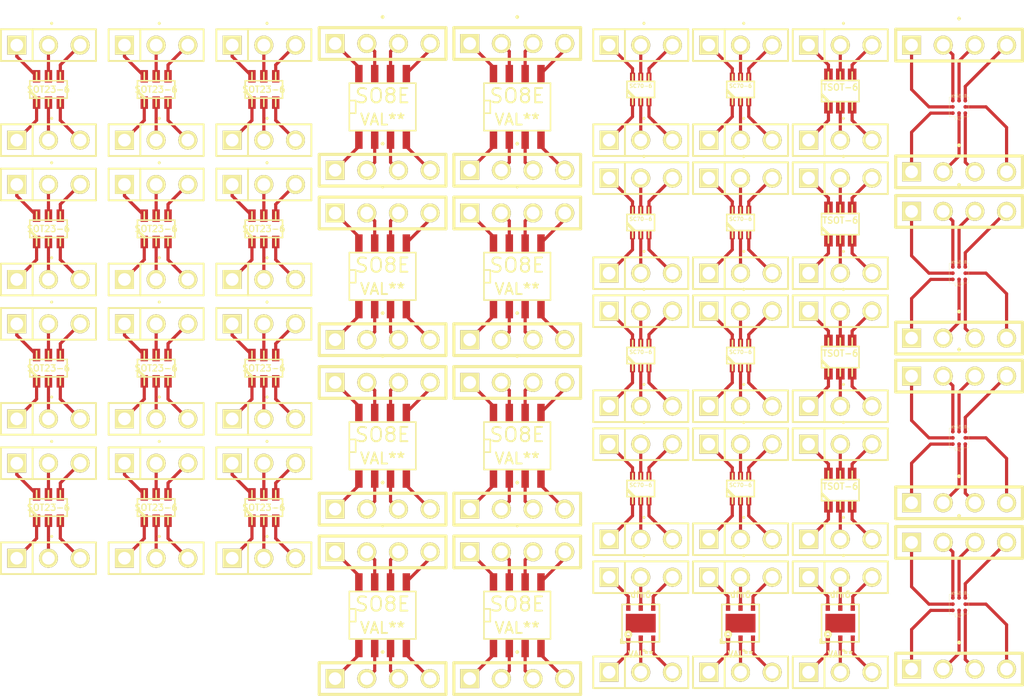
<source format=kicad_pcb>
(kicad_pcb (version 3) (host pcbnew "(2013-03-10 BZR 3992)-stable")
  (layers (15 F.Cu signal) (0 B.Cu signal) (18 B.Paste user) (19 F.Paste user) (20 B.SilkS user) (21 F.SilkS user) (22 B.Mask user) (23 F.Mask user) (28 Edge.Cuts user))
  (net 0 "")
  (module PIN_ARRAY_3X1 (layer F.Cu) (at 283.718 159.385)
    (fp_text reference . (at 0.254 -2.159) (layer F.SilkS) (effects (font (size 1.016 1.016) (thickness 0.1524))))
    (fp_text value Val** hide)
    (pad 1 thru_hole rect (at -2.54 0) (size 1.524 1.524) (drill 1.016) (layers *.Cu *.Mask F.SilkS))
    (pad 2 thru_hole circle (at 0 0) (size 1.524 1.524) (drill 1.016) (layers *.Cu *.Mask F.SilkS))
    (pad 3 thru_hole circle (at 2.54 0) (size 1.524 1.524) (drill 1.016) (layers *.Cu *.Mask F.SilkS))
  )
  (module PIN_ARRAY_3X1 (layer F.Cu) (at 283.718 167.005)
    (fp_text reference . (at 0.254 -2.159) (layer F.SilkS) (effects (font (size 1.016 1.016) (thickness 0.1524))))
    (fp_text value Val** hide)
    (pad 1 thru_hole rect (at -2.54 0) (size 1.524 1.524) (drill 1.016) (layers *.Cu *.Mask F.SilkS))
    (pad 2 thru_hole circle (at 0 0) (size 1.524 1.524) (drill 1.016) (layers *.Cu *.Mask F.SilkS))
    (pad 3 thru_hole circle (at 2.54 0) (size 1.524 1.524) (drill 1.016) (layers *.Cu *.Mask F.SilkS))
  )
  (module dfn6 (layer F.Cu) (at 283.718 163.068)
    (fp_text reference dfn6 (at 0 -2.30124) (layer F.SilkS) (effects (font (size 0.50038 0.50038) (thickness 0.09906))))
    (fp_text value VAL** (at 0 2.49936) (layer F.SilkS) (effects (font (size 0.50038 0.50038) (thickness 0.09906))))
    (pad 1 smd rect (at -1 1.3) (size 0.34798 0.62738) (layers F.Cu F.Paste F.Mask))
    (pad 2 smd rect (at 0 1.3) (size 0.34798 0.62738) (layers F.Cu F.Paste F.Mask))
    (pad 3 smd rect (at 1 1.3) (size 0.33 0.62738) (layers F.Cu F.Paste F.Mask))
    (pad 4 smd rect (at 1 -1.3) (size 0.34798 0.62738) (layers F.Cu F.Paste F.Mask))
    (pad 5 smd rect (at 0 -1.3) (size 0.34798 0.62738) (layers F.Cu F.Paste F.Mask))
    (pad 6 smd rect (at -1 -1.3) (size 0.34798 0.62738) (layers F.Cu F.Paste F.Mask))
    (pad 7 smd rect (at 0 0) (size 2.4 1.5) (layers F.Cu F.Paste F.Mask))
  )
  (module dfn6 (layer F.Cu) (at 275.717 163.068)
    (fp_text reference dfn6 (at 0 -2.30124) (layer F.SilkS) (effects (font (size 0.50038 0.50038) (thickness 0.09906))))
    (fp_text value VAL** (at 0 2.49936) (layer F.SilkS) (effects (font (size 0.50038 0.50038) (thickness 0.09906))))
    (pad 1 smd rect (at -1 1.3) (size 0.34798 0.62738) (layers F.Cu F.Paste F.Mask))
    (pad 2 smd rect (at 0 1.3) (size 0.34798 0.62738) (layers F.Cu F.Paste F.Mask))
    (pad 3 smd rect (at 1 1.3) (size 0.33 0.62738) (layers F.Cu F.Paste F.Mask))
    (pad 4 smd rect (at 1 -1.3) (size 0.34798 0.62738) (layers F.Cu F.Paste F.Mask))
    (pad 5 smd rect (at 0 -1.3) (size 0.34798 0.62738) (layers F.Cu F.Paste F.Mask))
    (pad 6 smd rect (at -1 -1.3) (size 0.34798 0.62738) (layers F.Cu F.Paste F.Mask))
    (pad 7 smd rect (at 0 0) (size 2.4 1.5) (layers F.Cu F.Paste F.Mask))
  )
  (module PIN_ARRAY_3X1 (layer F.Cu) (at 275.717 167.005)
    (fp_text reference . (at 0.254 -2.159) (layer F.SilkS) (effects (font (size 1.016 1.016) (thickness 0.1524))))
    (fp_text value Val** hide)
    (pad 1 thru_hole rect (at -2.54 0) (size 1.524 1.524) (drill 1.016) (layers *.Cu *.Mask F.SilkS))
    (pad 2 thru_hole circle (at 0 0) (size 1.524 1.524) (drill 1.016) (layers *.Cu *.Mask F.SilkS))
    (pad 3 thru_hole circle (at 2.54 0) (size 1.524 1.524) (drill 1.016) (layers *.Cu *.Mask F.SilkS))
  )
  (module PIN_ARRAY_3X1 (layer F.Cu) (at 275.717 159.385)
    (fp_text reference . (at 0.254 -2.159) (layer F.SilkS) (effects (font (size 1.016 1.016) (thickness 0.1524))))
    (fp_text value Val** hide)
    (pad 1 thru_hole rect (at -2.54 0) (size 1.524 1.524) (drill 1.016) (layers *.Cu *.Mask F.SilkS))
    (pad 2 thru_hole circle (at 0 0) (size 1.524 1.524) (drill 1.016) (layers *.Cu *.Mask F.SilkS))
    (pad 3 thru_hole circle (at 2.54 0) (size 1.524 1.524) (drill 1.016) (layers *.Cu *.Mask F.SilkS))
  )
  (module PIN_ARRAY_3X1 (layer F.Cu) (at 267.716 159.385)
    (fp_text reference . (at 0.254 -2.159) (layer F.SilkS) (effects (font (size 1.016 1.016) (thickness 0.1524))))
    (fp_text value Val** hide)
    (pad 1 thru_hole rect (at -2.54 0) (size 1.524 1.524) (drill 1.016) (layers *.Cu *.Mask F.SilkS))
    (pad 2 thru_hole circle (at 0 0) (size 1.524 1.524) (drill 1.016) (layers *.Cu *.Mask F.SilkS))
    (pad 3 thru_hole circle (at 2.54 0) (size 1.524 1.524) (drill 1.016) (layers *.Cu *.Mask F.SilkS))
  )
  (module PIN_ARRAY_3X1 (layer F.Cu) (at 267.716 167.005)
    (fp_text reference . (at 0.254 -2.159) (layer F.SilkS) (effects (font (size 1.016 1.016) (thickness 0.1524))))
    (fp_text value Val** hide)
    (pad 1 thru_hole rect (at -2.54 0) (size 1.524 1.524) (drill 1.016) (layers *.Cu *.Mask F.SilkS))
    (pad 2 thru_hole circle (at 0 0) (size 1.524 1.524) (drill 1.016) (layers *.Cu *.Mask F.SilkS))
    (pad 3 thru_hole circle (at 2.54 0) (size 1.524 1.524) (drill 1.016) (layers *.Cu *.Mask F.SilkS))
  )
  (module WCSP-8 (layer F.Cu) (at 293.243 148.209)
    (fp_text reference WCSP-8 (at -0.0254 -0.9144) (layer F.SilkS) (effects (font (size 0.2 0.2) (thickness 0.02))))
    (fp_text value VAL** (at 0.0254 0.9652) (layer F.SilkS) (effects (font (size 0.2 0.2) (thickness 0.02))))
    (pad a1 smd circle (at -0.5 -0.5) (size 0.3 0.3) (layers F.Cu F.Paste F.Mask))
    (pad a2 smd circle (at 0 -0.5) (size 0.3 0.3) (layers F.Cu F.Paste F.Mask))
    (pad a3 smd circle (at 0.5 -0.5) (size 0.3 0.3) (layers F.Cu F.Paste F.Mask) (clearance 0.2))
    (pad b3 smd circle (at 0.5 0) (size 0.3 0.3) (layers F.Cu F.Paste F.Mask))
    (pad c3 smd circle (at 0.5 0.5) (size 0.3 0.3) (layers F.Cu F.Paste F.Mask))
    (pad c2 smd circle (at 0 0.5) (size 0.3 0.3) (layers F.Cu F.Paste F.Mask))
    (pad c1 smd circle (at -0.5 0.5) (size 0.3 0.3) (layers F.Cu F.Paste F.Mask))
    (pad b1 smd circle (at -0.5 0) (size 0.3 0.3) (layers F.Cu F.Paste F.Mask))
  )
  (module PIN_ARRAY_4x1 (layer F.Cu) (at 293.243 153.416)
    (fp_text reference . (at 0 -2.54) (layer F.SilkS) (effects (font (size 1.016 1.016) (thickness 0.2032))))
    (fp_text value Val** hide)
    (pad 1 thru_hole rect (at -3.81 0) (size 1.524 1.524) (drill 1.016) (layers *.Cu *.Mask F.SilkS))
    (pad 2 thru_hole circle (at -1.27 0) (size 1.524 1.524) (drill 1.016) (layers *.Cu *.Mask F.SilkS))
    (pad 3 thru_hole circle (at 1.27 0) (size 1.524 1.524) (drill 1.016) (layers *.Cu *.Mask F.SilkS))
    (pad 4 thru_hole circle (at 3.81 0) (size 1.524 1.524) (drill 1.016) (layers *.Cu *.Mask F.SilkS))
  )
  (module PIN_ARRAY_4x1 (layer F.Cu) (at 293.243 143.256)
    (fp_text reference . (at 0 -2.54) (layer F.SilkS) (effects (font (size 1.016 1.016) (thickness 0.2032))))
    (fp_text value Val** hide)
    (pad 1 thru_hole rect (at -3.81 0) (size 1.524 1.524) (drill 1.016) (layers *.Cu *.Mask F.SilkS))
    (pad 2 thru_hole circle (at -1.27 0) (size 1.524 1.524) (drill 1.016) (layers *.Cu *.Mask F.SilkS))
    (pad 3 thru_hole circle (at 1.27 0) (size 1.524 1.524) (drill 1.016) (layers *.Cu *.Mask F.SilkS))
    (pad 4 thru_hole circle (at 3.81 0) (size 1.524 1.524) (drill 1.016) (layers *.Cu *.Mask F.SilkS))
  )
  (module PIN_ARRAY_4x1 (layer F.Cu) (at 293.243 156.591)
    (fp_text reference . (at 0 -2.54) (layer F.SilkS) (effects (font (size 1.016 1.016) (thickness 0.2032))))
    (fp_text value Val** hide)
    (pad 1 thru_hole rect (at -3.81 0) (size 1.524 1.524) (drill 1.016) (layers *.Cu *.Mask F.SilkS))
    (pad 2 thru_hole circle (at -1.27 0) (size 1.524 1.524) (drill 1.016) (layers *.Cu *.Mask F.SilkS))
    (pad 3 thru_hole circle (at 1.27 0) (size 1.524 1.524) (drill 1.016) (layers *.Cu *.Mask F.SilkS))
    (pad 4 thru_hole circle (at 3.81 0) (size 1.524 1.524) (drill 1.016) (layers *.Cu *.Mask F.SilkS))
  )
  (module PIN_ARRAY_4x1 (layer F.Cu) (at 293.243 166.751)
    (fp_text reference . (at 0 -2.54) (layer F.SilkS) (effects (font (size 1.016 1.016) (thickness 0.2032))))
    (fp_text value Val** hide)
    (pad 1 thru_hole rect (at -3.81 0) (size 1.524 1.524) (drill 1.016) (layers *.Cu *.Mask F.SilkS))
    (pad 2 thru_hole circle (at -1.27 0) (size 1.524 1.524) (drill 1.016) (layers *.Cu *.Mask F.SilkS))
    (pad 3 thru_hole circle (at 1.27 0) (size 1.524 1.524) (drill 1.016) (layers *.Cu *.Mask F.SilkS))
    (pad 4 thru_hole circle (at 3.81 0) (size 1.524 1.524) (drill 1.016) (layers *.Cu *.Mask F.SilkS))
  )
  (module WCSP-8 (layer F.Cu) (at 293.243 161.544)
    (fp_text reference WCSP-8 (at -0.0254 -0.9144) (layer F.SilkS) (effects (font (size 0.2 0.2) (thickness 0.02))))
    (fp_text value VAL** (at 0.0254 0.9652) (layer F.SilkS) (effects (font (size 0.2 0.2) (thickness 0.02))))
    (pad a1 smd circle (at -0.5 -0.5) (size 0.3 0.3) (layers F.Cu F.Paste F.Mask))
    (pad a2 smd circle (at 0 -0.5) (size 0.3 0.3) (layers F.Cu F.Paste F.Mask))
    (pad a3 smd circle (at 0.5 -0.5) (size 0.3 0.3) (layers F.Cu F.Paste F.Mask) (clearance 0.2))
    (pad b3 smd circle (at 0.5 0) (size 0.3 0.3) (layers F.Cu F.Paste F.Mask))
    (pad c3 smd circle (at 0.5 0.5) (size 0.3 0.3) (layers F.Cu F.Paste F.Mask))
    (pad c2 smd circle (at 0 0.5) (size 0.3 0.3) (layers F.Cu F.Paste F.Mask))
    (pad c1 smd circle (at -0.5 0.5) (size 0.3 0.3) (layers F.Cu F.Paste F.Mask))
    (pad b1 smd circle (at -0.5 0) (size 0.3 0.3) (layers F.Cu F.Paste F.Mask))
  )
  (module WCSP-8 (layer F.Cu) (at 293.243 135.001)
    (fp_text reference WCSP-8 (at -0.0254 -0.9144) (layer F.SilkS) (effects (font (size 0.2 0.2) (thickness 0.02))))
    (fp_text value VAL** (at 0.0254 0.9652) (layer F.SilkS) (effects (font (size 0.2 0.2) (thickness 0.02))))
    (pad a1 smd circle (at -0.5 -0.5) (size 0.3 0.3) (layers F.Cu F.Paste F.Mask))
    (pad a2 smd circle (at 0 -0.5) (size 0.3 0.3) (layers F.Cu F.Paste F.Mask))
    (pad a3 smd circle (at 0.5 -0.5) (size 0.3 0.3) (layers F.Cu F.Paste F.Mask) (clearance 0.2))
    (pad b3 smd circle (at 0.5 0) (size 0.3 0.3) (layers F.Cu F.Paste F.Mask))
    (pad c3 smd circle (at 0.5 0.5) (size 0.3 0.3) (layers F.Cu F.Paste F.Mask))
    (pad c2 smd circle (at 0 0.5) (size 0.3 0.3) (layers F.Cu F.Paste F.Mask))
    (pad c1 smd circle (at -0.5 0.5) (size 0.3 0.3) (layers F.Cu F.Paste F.Mask))
    (pad b1 smd circle (at -0.5 0) (size 0.3 0.3) (layers F.Cu F.Paste F.Mask))
  )
  (module PIN_ARRAY_4x1 (layer F.Cu) (at 293.243 140.208)
    (fp_text reference . (at 0 -2.54) (layer F.SilkS) (effects (font (size 1.016 1.016) (thickness 0.2032))))
    (fp_text value Val** hide)
    (pad 1 thru_hole rect (at -3.81 0) (size 1.524 1.524) (drill 1.016) (layers *.Cu *.Mask F.SilkS))
    (pad 2 thru_hole circle (at -1.27 0) (size 1.524 1.524) (drill 1.016) (layers *.Cu *.Mask F.SilkS))
    (pad 3 thru_hole circle (at 1.27 0) (size 1.524 1.524) (drill 1.016) (layers *.Cu *.Mask F.SilkS))
    (pad 4 thru_hole circle (at 3.81 0) (size 1.524 1.524) (drill 1.016) (layers *.Cu *.Mask F.SilkS))
  )
  (module PIN_ARRAY_4x1 (layer F.Cu) (at 293.243 130.048)
    (fp_text reference . (at 0 -2.54) (layer F.SilkS) (effects (font (size 1.016 1.016) (thickness 0.2032))))
    (fp_text value Val** hide)
    (pad 1 thru_hole rect (at -3.81 0) (size 1.524 1.524) (drill 1.016) (layers *.Cu *.Mask F.SilkS))
    (pad 2 thru_hole circle (at -1.27 0) (size 1.524 1.524) (drill 1.016) (layers *.Cu *.Mask F.SilkS))
    (pad 3 thru_hole circle (at 1.27 0) (size 1.524 1.524) (drill 1.016) (layers *.Cu *.Mask F.SilkS))
    (pad 4 thru_hole circle (at 3.81 0) (size 1.524 1.524) (drill 1.016) (layers *.Cu *.Mask F.SilkS))
  )
  (module PIN_ARRAY_4x1 (layer F.Cu) (at 293.243 116.713)
    (fp_text reference . (at 0 -2.54) (layer F.SilkS) (effects (font (size 1.016 1.016) (thickness 0.2032))))
    (fp_text value Val** hide)
    (pad 1 thru_hole rect (at -3.81 0) (size 1.524 1.524) (drill 1.016) (layers *.Cu *.Mask F.SilkS))
    (pad 2 thru_hole circle (at -1.27 0) (size 1.524 1.524) (drill 1.016) (layers *.Cu *.Mask F.SilkS))
    (pad 3 thru_hole circle (at 1.27 0) (size 1.524 1.524) (drill 1.016) (layers *.Cu *.Mask F.SilkS))
    (pad 4 thru_hole circle (at 3.81 0) (size 1.524 1.524) (drill 1.016) (layers *.Cu *.Mask F.SilkS))
  )
  (module PIN_ARRAY_4x1 (layer F.Cu) (at 293.243 126.873)
    (fp_text reference . (at 0 -2.54) (layer F.SilkS) (effects (font (size 1.016 1.016) (thickness 0.2032))))
    (fp_text value Val** hide)
    (pad 1 thru_hole rect (at -3.81 0) (size 1.524 1.524) (drill 1.016) (layers *.Cu *.Mask F.SilkS))
    (pad 2 thru_hole circle (at -1.27 0) (size 1.524 1.524) (drill 1.016) (layers *.Cu *.Mask F.SilkS))
    (pad 3 thru_hole circle (at 1.27 0) (size 1.524 1.524) (drill 1.016) (layers *.Cu *.Mask F.SilkS))
    (pad 4 thru_hole circle (at 3.81 0) (size 1.524 1.524) (drill 1.016) (layers *.Cu *.Mask F.SilkS))
  )
  (module tsot-6 (layer F.Cu) (at 283.718 141.732)
    (fp_text reference TSOT-6 (at 0 -0.29972) (layer F.SilkS) (effects (font (size 0.50038 0.50038) (thickness 0.09906))))
    (fp_text value Q*** hide)
    (pad 1 smd rect (at -0.94996 1.30048) (size 0.69088 1.00076) (layers F.Cu F.Paste F.Mask))
    (pad 3 smd rect (at 0.94996 1.30048) (size 0.69088 1.00076) (layers F.Cu F.Paste F.Mask))
    (pad 2 smd rect (at 0 1.30048) (size 0.69088 1.00076) (layers F.Cu F.Paste F.Mask))
    (pad 4 smd rect (at 0.94996 -1.30048) (size 0.69088 1.00076) (layers F.Cu F.Paste F.Mask))
    (pad 6 smd rect (at -0.94996 -1.30048) (size 0.69088 1.00076) (layers F.Cu F.Paste F.Mask))
    (pad 5 smd rect (at 0 -1.30048) (size 0.69088 1.00076) (layers F.Cu F.Paste F.Mask))
  )
  (module PIN_ARRAY_3X1 (layer F.Cu) (at 283.718 138.049)
    (fp_text reference . (at 0.254 -2.159) (layer F.SilkS) (effects (font (size 1.016 1.016) (thickness 0.1524))))
    (fp_text value Val** hide)
    (pad 1 thru_hole rect (at -2.54 0) (size 1.524 1.524) (drill 1.016) (layers *.Cu *.Mask F.SilkS))
    (pad 2 thru_hole circle (at 0 0) (size 1.524 1.524) (drill 1.016) (layers *.Cu *.Mask F.SilkS))
    (pad 3 thru_hole circle (at 2.54 0) (size 1.524 1.524) (drill 1.016) (layers *.Cu *.Mask F.SilkS))
  )
  (module PIN_ARRAY_3X1 (layer F.Cu) (at 283.718 145.669)
    (fp_text reference . (at 0.254 -2.159) (layer F.SilkS) (effects (font (size 1.016 1.016) (thickness 0.1524))))
    (fp_text value Val** hide)
    (pad 1 thru_hole rect (at -2.54 0) (size 1.524 1.524) (drill 1.016) (layers *.Cu *.Mask F.SilkS))
    (pad 2 thru_hole circle (at 0 0) (size 1.524 1.524) (drill 1.016) (layers *.Cu *.Mask F.SilkS))
    (pad 3 thru_hole circle (at 2.54 0) (size 1.524 1.524) (drill 1.016) (layers *.Cu *.Mask F.SilkS))
  )
  (module PIN_ARRAY_3X1 (layer F.Cu) (at 283.718 156.337)
    (fp_text reference . (at 0.254 -2.159) (layer F.SilkS) (effects (font (size 1.016 1.016) (thickness 0.1524))))
    (fp_text value Val** hide)
    (pad 1 thru_hole rect (at -2.54 0) (size 1.524 1.524) (drill 1.016) (layers *.Cu *.Mask F.SilkS))
    (pad 2 thru_hole circle (at 0 0) (size 1.524 1.524) (drill 1.016) (layers *.Cu *.Mask F.SilkS))
    (pad 3 thru_hole circle (at 2.54 0) (size 1.524 1.524) (drill 1.016) (layers *.Cu *.Mask F.SilkS))
  )
  (module PIN_ARRAY_3X1 (layer F.Cu) (at 283.718 148.717)
    (fp_text reference . (at 0.254 -2.159) (layer F.SilkS) (effects (font (size 1.016 1.016) (thickness 0.1524))))
    (fp_text value Val** hide)
    (pad 1 thru_hole rect (at -2.54 0) (size 1.524 1.524) (drill 1.016) (layers *.Cu *.Mask F.SilkS))
    (pad 2 thru_hole circle (at 0 0) (size 1.524 1.524) (drill 1.016) (layers *.Cu *.Mask F.SilkS))
    (pad 3 thru_hole circle (at 2.54 0) (size 1.524 1.524) (drill 1.016) (layers *.Cu *.Mask F.SilkS))
  )
  (module tsot-6 (layer F.Cu) (at 283.718 152.4)
    (fp_text reference TSOT-6 (at 0 -0.29972) (layer F.SilkS) (effects (font (size 0.50038 0.50038) (thickness 0.09906))))
    (fp_text value Q*** hide)
    (pad 1 smd rect (at -0.94996 1.30048) (size 0.69088 1.00076) (layers F.Cu F.Paste F.Mask))
    (pad 3 smd rect (at 0.94996 1.30048) (size 0.69088 1.00076) (layers F.Cu F.Paste F.Mask))
    (pad 2 smd rect (at 0 1.30048) (size 0.69088 1.00076) (layers F.Cu F.Paste F.Mask))
    (pad 4 smd rect (at 0.94996 -1.30048) (size 0.69088 1.00076) (layers F.Cu F.Paste F.Mask))
    (pad 6 smd rect (at -0.94996 -1.30048) (size 0.69088 1.00076) (layers F.Cu F.Paste F.Mask))
    (pad 5 smd rect (at 0 -1.30048) (size 0.69088 1.00076) (layers F.Cu F.Paste F.Mask))
  )
  (module tsot-6 (layer F.Cu) (at 283.718 131.064)
    (fp_text reference TSOT-6 (at 0 -0.29972) (layer F.SilkS) (effects (font (size 0.50038 0.50038) (thickness 0.09906))))
    (fp_text value Q*** hide)
    (pad 1 smd rect (at -0.94996 1.30048) (size 0.69088 1.00076) (layers F.Cu F.Paste F.Mask))
    (pad 3 smd rect (at 0.94996 1.30048) (size 0.69088 1.00076) (layers F.Cu F.Paste F.Mask))
    (pad 2 smd rect (at 0 1.30048) (size 0.69088 1.00076) (layers F.Cu F.Paste F.Mask))
    (pad 4 smd rect (at 0.94996 -1.30048) (size 0.69088 1.00076) (layers F.Cu F.Paste F.Mask))
    (pad 6 smd rect (at -0.94996 -1.30048) (size 0.69088 1.00076) (layers F.Cu F.Paste F.Mask))
    (pad 5 smd rect (at 0 -1.30048) (size 0.69088 1.00076) (layers F.Cu F.Paste F.Mask))
  )
  (module PIN_ARRAY_3X1 (layer F.Cu) (at 283.718 127.381)
    (fp_text reference . (at 0.254 -2.159) (layer F.SilkS) (effects (font (size 1.016 1.016) (thickness 0.1524))))
    (fp_text value Val** hide)
    (pad 1 thru_hole rect (at -2.54 0) (size 1.524 1.524) (drill 1.016) (layers *.Cu *.Mask F.SilkS))
    (pad 2 thru_hole circle (at 0 0) (size 1.524 1.524) (drill 1.016) (layers *.Cu *.Mask F.SilkS))
    (pad 3 thru_hole circle (at 2.54 0) (size 1.524 1.524) (drill 1.016) (layers *.Cu *.Mask F.SilkS))
  )
  (module PIN_ARRAY_3X1 (layer F.Cu) (at 283.718 135.001)
    (fp_text reference . (at 0.254 -2.159) (layer F.SilkS) (effects (font (size 1.016 1.016) (thickness 0.1524))))
    (fp_text value Val** hide)
    (pad 1 thru_hole rect (at -2.54 0) (size 1.524 1.524) (drill 1.016) (layers *.Cu *.Mask F.SilkS))
    (pad 2 thru_hole circle (at 0 0) (size 1.524 1.524) (drill 1.016) (layers *.Cu *.Mask F.SilkS))
    (pad 3 thru_hole circle (at 2.54 0) (size 1.524 1.524) (drill 1.016) (layers *.Cu *.Mask F.SilkS))
  )
  (module PIN_ARRAY_3X1 (layer F.Cu) (at 283.718 124.333)
    (fp_text reference . (at 0.254 -2.159) (layer F.SilkS) (effects (font (size 1.016 1.016) (thickness 0.1524))))
    (fp_text value Val** hide)
    (pad 1 thru_hole rect (at -2.54 0) (size 1.524 1.524) (drill 1.016) (layers *.Cu *.Mask F.SilkS))
    (pad 2 thru_hole circle (at 0 0) (size 1.524 1.524) (drill 1.016) (layers *.Cu *.Mask F.SilkS))
    (pad 3 thru_hole circle (at 2.54 0) (size 1.524 1.524) (drill 1.016) (layers *.Cu *.Mask F.SilkS))
  )
  (module PIN_ARRAY_3X1 (layer F.Cu) (at 283.718 116.713)
    (fp_text reference . (at 0.254 -2.159) (layer F.SilkS) (effects (font (size 1.016 1.016) (thickness 0.1524))))
    (fp_text value Val** hide)
    (pad 1 thru_hole rect (at -2.54 0) (size 1.524 1.524) (drill 1.016) (layers *.Cu *.Mask F.SilkS))
    (pad 2 thru_hole circle (at 0 0) (size 1.524 1.524) (drill 1.016) (layers *.Cu *.Mask F.SilkS))
    (pad 3 thru_hole circle (at 2.54 0) (size 1.524 1.524) (drill 1.016) (layers *.Cu *.Mask F.SilkS))
  )
  (module sc70-6 (layer F.Cu) (at 275.717 120.269)
    (fp_text reference SC70-6 (at 0 -0.2794) (layer F.SilkS) (effects (font (size 0.29972 0.29972) (thickness 0.06096))))
    (fp_text value Q*** hide)
    (pad 1 smd rect (at -0.6604 1.016) (size 0.4064 0.6604) (layers F.Cu F.Paste F.Mask))
    (pad 3 smd rect (at 0.6604 1.016) (size 0.4064 0.6604) (layers F.Cu F.Paste F.Mask))
    (pad 2 smd rect (at 0 1.016) (size 0.4064 0.6604) (layers F.Cu F.Paste F.Mask))
    (pad 4 smd rect (at 0.6604 -1.016) (size 0.4064 0.6604) (layers F.Cu F.Paste F.Mask))
    (pad 6 smd rect (at -0.6604 -1.016) (size 0.4064 0.6604) (layers F.Cu F.Paste F.Mask))
    (pad 5 smd rect (at 0 -1.016) (size 0.4064 0.6604) (layers F.Cu F.Paste F.Mask))
  )
  (module PIN_ARRAY_3X1 (layer F.Cu) (at 275.717 116.713)
    (fp_text reference . (at 0.254 -2.159) (layer F.SilkS) (effects (font (size 1.016 1.016) (thickness 0.1524))))
    (fp_text value Val** hide)
    (pad 1 thru_hole rect (at -2.54 0) (size 1.524 1.524) (drill 1.016) (layers *.Cu *.Mask F.SilkS))
    (pad 2 thru_hole circle (at 0 0) (size 1.524 1.524) (drill 1.016) (layers *.Cu *.Mask F.SilkS))
    (pad 3 thru_hole circle (at 2.54 0) (size 1.524 1.524) (drill 1.016) (layers *.Cu *.Mask F.SilkS))
  )
  (module PIN_ARRAY_3X1 (layer F.Cu) (at 275.717 124.333)
    (fp_text reference . (at 0.254 -2.159) (layer F.SilkS) (effects (font (size 1.016 1.016) (thickness 0.1524))))
    (fp_text value Val** hide)
    (pad 1 thru_hole rect (at -2.54 0) (size 1.524 1.524) (drill 1.016) (layers *.Cu *.Mask F.SilkS))
    (pad 2 thru_hole circle (at 0 0) (size 1.524 1.524) (drill 1.016) (layers *.Cu *.Mask F.SilkS))
    (pad 3 thru_hole circle (at 2.54 0) (size 1.524 1.524) (drill 1.016) (layers *.Cu *.Mask F.SilkS))
  )
  (module PIN_ARRAY_3X1 (layer F.Cu) (at 275.717 135.001)
    (fp_text reference . (at 0.254 -2.159) (layer F.SilkS) (effects (font (size 1.016 1.016) (thickness 0.1524))))
    (fp_text value Val** hide)
    (pad 1 thru_hole rect (at -2.54 0) (size 1.524 1.524) (drill 1.016) (layers *.Cu *.Mask F.SilkS))
    (pad 2 thru_hole circle (at 0 0) (size 1.524 1.524) (drill 1.016) (layers *.Cu *.Mask F.SilkS))
    (pad 3 thru_hole circle (at 2.54 0) (size 1.524 1.524) (drill 1.016) (layers *.Cu *.Mask F.SilkS))
  )
  (module PIN_ARRAY_3X1 (layer F.Cu) (at 275.717 127.381)
    (fp_text reference . (at 0.254 -2.159) (layer F.SilkS) (effects (font (size 1.016 1.016) (thickness 0.1524))))
    (fp_text value Val** hide)
    (pad 1 thru_hole rect (at -2.54 0) (size 1.524 1.524) (drill 1.016) (layers *.Cu *.Mask F.SilkS))
    (pad 2 thru_hole circle (at 0 0) (size 1.524 1.524) (drill 1.016) (layers *.Cu *.Mask F.SilkS))
    (pad 3 thru_hole circle (at 2.54 0) (size 1.524 1.524) (drill 1.016) (layers *.Cu *.Mask F.SilkS))
  )
  (module sc70-6 (layer F.Cu) (at 275.717 130.937)
    (fp_text reference SC70-6 (at 0 -0.2794) (layer F.SilkS) (effects (font (size 0.29972 0.29972) (thickness 0.06096))))
    (fp_text value Q*** hide)
    (pad 1 smd rect (at -0.6604 1.016) (size 0.4064 0.6604) (layers F.Cu F.Paste F.Mask))
    (pad 3 smd rect (at 0.6604 1.016) (size 0.4064 0.6604) (layers F.Cu F.Paste F.Mask))
    (pad 2 smd rect (at 0 1.016) (size 0.4064 0.6604) (layers F.Cu F.Paste F.Mask))
    (pad 4 smd rect (at 0.6604 -1.016) (size 0.4064 0.6604) (layers F.Cu F.Paste F.Mask))
    (pad 6 smd rect (at -0.6604 -1.016) (size 0.4064 0.6604) (layers F.Cu F.Paste F.Mask))
    (pad 5 smd rect (at 0 -1.016) (size 0.4064 0.6604) (layers F.Cu F.Paste F.Mask))
  )
  (module sc70-6 (layer F.Cu) (at 275.717 152.273)
    (fp_text reference SC70-6 (at 0 -0.2794) (layer F.SilkS) (effects (font (size 0.29972 0.29972) (thickness 0.06096))))
    (fp_text value Q*** hide)
    (pad 1 smd rect (at -0.6604 1.016) (size 0.4064 0.6604) (layers F.Cu F.Paste F.Mask))
    (pad 3 smd rect (at 0.6604 1.016) (size 0.4064 0.6604) (layers F.Cu F.Paste F.Mask))
    (pad 2 smd rect (at 0 1.016) (size 0.4064 0.6604) (layers F.Cu F.Paste F.Mask))
    (pad 4 smd rect (at 0.6604 -1.016) (size 0.4064 0.6604) (layers F.Cu F.Paste F.Mask))
    (pad 6 smd rect (at -0.6604 -1.016) (size 0.4064 0.6604) (layers F.Cu F.Paste F.Mask))
    (pad 5 smd rect (at 0 -1.016) (size 0.4064 0.6604) (layers F.Cu F.Paste F.Mask))
  )
  (module PIN_ARRAY_3X1 (layer F.Cu) (at 275.717 148.717)
    (fp_text reference . (at 0.254 -2.159) (layer F.SilkS) (effects (font (size 1.016 1.016) (thickness 0.1524))))
    (fp_text value Val** hide)
    (pad 1 thru_hole rect (at -2.54 0) (size 1.524 1.524) (drill 1.016) (layers *.Cu *.Mask F.SilkS))
    (pad 2 thru_hole circle (at 0 0) (size 1.524 1.524) (drill 1.016) (layers *.Cu *.Mask F.SilkS))
    (pad 3 thru_hole circle (at 2.54 0) (size 1.524 1.524) (drill 1.016) (layers *.Cu *.Mask F.SilkS))
  )
  (module PIN_ARRAY_3X1 (layer F.Cu) (at 275.717 156.337)
    (fp_text reference . (at 0.254 -2.159) (layer F.SilkS) (effects (font (size 1.016 1.016) (thickness 0.1524))))
    (fp_text value Val** hide)
    (pad 1 thru_hole rect (at -2.54 0) (size 1.524 1.524) (drill 1.016) (layers *.Cu *.Mask F.SilkS))
    (pad 2 thru_hole circle (at 0 0) (size 1.524 1.524) (drill 1.016) (layers *.Cu *.Mask F.SilkS))
    (pad 3 thru_hole circle (at 2.54 0) (size 1.524 1.524) (drill 1.016) (layers *.Cu *.Mask F.SilkS))
  )
  (module PIN_ARRAY_3X1 (layer F.Cu) (at 275.717 145.669)
    (fp_text reference . (at 0.254 -2.159) (layer F.SilkS) (effects (font (size 1.016 1.016) (thickness 0.1524))))
    (fp_text value Val** hide)
    (pad 1 thru_hole rect (at -2.54 0) (size 1.524 1.524) (drill 1.016) (layers *.Cu *.Mask F.SilkS))
    (pad 2 thru_hole circle (at 0 0) (size 1.524 1.524) (drill 1.016) (layers *.Cu *.Mask F.SilkS))
    (pad 3 thru_hole circle (at 2.54 0) (size 1.524 1.524) (drill 1.016) (layers *.Cu *.Mask F.SilkS))
  )
  (module PIN_ARRAY_3X1 (layer F.Cu) (at 275.717 138.049)
    (fp_text reference . (at 0.254 -2.159) (layer F.SilkS) (effects (font (size 1.016 1.016) (thickness 0.1524))))
    (fp_text value Val** hide)
    (pad 1 thru_hole rect (at -2.54 0) (size 1.524 1.524) (drill 1.016) (layers *.Cu *.Mask F.SilkS))
    (pad 2 thru_hole circle (at 0 0) (size 1.524 1.524) (drill 1.016) (layers *.Cu *.Mask F.SilkS))
    (pad 3 thru_hole circle (at 2.54 0) (size 1.524 1.524) (drill 1.016) (layers *.Cu *.Mask F.SilkS))
  )
  (module sc70-6 (layer F.Cu) (at 275.717 141.605)
    (fp_text reference SC70-6 (at 0 -0.2794) (layer F.SilkS) (effects (font (size 0.29972 0.29972) (thickness 0.06096))))
    (fp_text value Q*** hide)
    (pad 1 smd rect (at -0.6604 1.016) (size 0.4064 0.6604) (layers F.Cu F.Paste F.Mask))
    (pad 3 smd rect (at 0.6604 1.016) (size 0.4064 0.6604) (layers F.Cu F.Paste F.Mask))
    (pad 2 smd rect (at 0 1.016) (size 0.4064 0.6604) (layers F.Cu F.Paste F.Mask))
    (pad 4 smd rect (at 0.6604 -1.016) (size 0.4064 0.6604) (layers F.Cu F.Paste F.Mask))
    (pad 6 smd rect (at -0.6604 -1.016) (size 0.4064 0.6604) (layers F.Cu F.Paste F.Mask))
    (pad 5 smd rect (at 0 -1.016) (size 0.4064 0.6604) (layers F.Cu F.Paste F.Mask))
  )
  (module sc70-6 (layer F.Cu) (at 267.716 141.605)
    (fp_text reference SC70-6 (at 0 -0.2794) (layer F.SilkS) (effects (font (size 0.29972 0.29972) (thickness 0.06096))))
    (fp_text value Q*** hide)
    (pad 1 smd rect (at -0.6604 1.016) (size 0.4064 0.6604) (layers F.Cu F.Paste F.Mask))
    (pad 3 smd rect (at 0.6604 1.016) (size 0.4064 0.6604) (layers F.Cu F.Paste F.Mask))
    (pad 2 smd rect (at 0 1.016) (size 0.4064 0.6604) (layers F.Cu F.Paste F.Mask))
    (pad 4 smd rect (at 0.6604 -1.016) (size 0.4064 0.6604) (layers F.Cu F.Paste F.Mask))
    (pad 6 smd rect (at -0.6604 -1.016) (size 0.4064 0.6604) (layers F.Cu F.Paste F.Mask))
    (pad 5 smd rect (at 0 -1.016) (size 0.4064 0.6604) (layers F.Cu F.Paste F.Mask))
  )
  (module PIN_ARRAY_3X1 (layer F.Cu) (at 267.716 138.049)
    (fp_text reference . (at 0.254 -2.159) (layer F.SilkS) (effects (font (size 1.016 1.016) (thickness 0.1524))))
    (fp_text value Val** hide)
    (pad 1 thru_hole rect (at -2.54 0) (size 1.524 1.524) (drill 1.016) (layers *.Cu *.Mask F.SilkS))
    (pad 2 thru_hole circle (at 0 0) (size 1.524 1.524) (drill 1.016) (layers *.Cu *.Mask F.SilkS))
    (pad 3 thru_hole circle (at 2.54 0) (size 1.524 1.524) (drill 1.016) (layers *.Cu *.Mask F.SilkS))
  )
  (module PIN_ARRAY_3X1 (layer F.Cu) (at 267.716 145.669)
    (fp_text reference . (at 0.254 -2.159) (layer F.SilkS) (effects (font (size 1.016 1.016) (thickness 0.1524))))
    (fp_text value Val** hide)
    (pad 1 thru_hole rect (at -2.54 0) (size 1.524 1.524) (drill 1.016) (layers *.Cu *.Mask F.SilkS))
    (pad 2 thru_hole circle (at 0 0) (size 1.524 1.524) (drill 1.016) (layers *.Cu *.Mask F.SilkS))
    (pad 3 thru_hole circle (at 2.54 0) (size 1.524 1.524) (drill 1.016) (layers *.Cu *.Mask F.SilkS))
  )
  (module PIN_ARRAY_3X1 (layer F.Cu) (at 267.716 156.337)
    (fp_text reference . (at 0.254 -2.159) (layer F.SilkS) (effects (font (size 1.016 1.016) (thickness 0.1524))))
    (fp_text value Val** hide)
    (pad 1 thru_hole rect (at -2.54 0) (size 1.524 1.524) (drill 1.016) (layers *.Cu *.Mask F.SilkS))
    (pad 2 thru_hole circle (at 0 0) (size 1.524 1.524) (drill 1.016) (layers *.Cu *.Mask F.SilkS))
    (pad 3 thru_hole circle (at 2.54 0) (size 1.524 1.524) (drill 1.016) (layers *.Cu *.Mask F.SilkS))
  )
  (module PIN_ARRAY_3X1 (layer F.Cu) (at 267.716 148.717)
    (fp_text reference . (at 0.254 -2.159) (layer F.SilkS) (effects (font (size 1.016 1.016) (thickness 0.1524))))
    (fp_text value Val** hide)
    (pad 1 thru_hole rect (at -2.54 0) (size 1.524 1.524) (drill 1.016) (layers *.Cu *.Mask F.SilkS))
    (pad 2 thru_hole circle (at 0 0) (size 1.524 1.524) (drill 1.016) (layers *.Cu *.Mask F.SilkS))
    (pad 3 thru_hole circle (at 2.54 0) (size 1.524 1.524) (drill 1.016) (layers *.Cu *.Mask F.SilkS))
  )
  (module sc70-6 (layer F.Cu) (at 267.716 152.273)
    (fp_text reference SC70-6 (at 0 -0.2794) (layer F.SilkS) (effects (font (size 0.29972 0.29972) (thickness 0.06096))))
    (fp_text value Q*** hide)
    (pad 1 smd rect (at -0.6604 1.016) (size 0.4064 0.6604) (layers F.Cu F.Paste F.Mask))
    (pad 3 smd rect (at 0.6604 1.016) (size 0.4064 0.6604) (layers F.Cu F.Paste F.Mask))
    (pad 2 smd rect (at 0 1.016) (size 0.4064 0.6604) (layers F.Cu F.Paste F.Mask))
    (pad 4 smd rect (at 0.6604 -1.016) (size 0.4064 0.6604) (layers F.Cu F.Paste F.Mask))
    (pad 6 smd rect (at -0.6604 -1.016) (size 0.4064 0.6604) (layers F.Cu F.Paste F.Mask))
    (pad 5 smd rect (at 0 -1.016) (size 0.4064 0.6604) (layers F.Cu F.Paste F.Mask))
  )
  (module sc70-6 (layer F.Cu) (at 267.716 130.937)
    (fp_text reference SC70-6 (at 0 -0.2794) (layer F.SilkS) (effects (font (size 0.29972 0.29972) (thickness 0.06096))))
    (fp_text value Q*** hide)
    (pad 1 smd rect (at -0.6604 1.016) (size 0.4064 0.6604) (layers F.Cu F.Paste F.Mask))
    (pad 3 smd rect (at 0.6604 1.016) (size 0.4064 0.6604) (layers F.Cu F.Paste F.Mask))
    (pad 2 smd rect (at 0 1.016) (size 0.4064 0.6604) (layers F.Cu F.Paste F.Mask))
    (pad 4 smd rect (at 0.6604 -1.016) (size 0.4064 0.6604) (layers F.Cu F.Paste F.Mask))
    (pad 6 smd rect (at -0.6604 -1.016) (size 0.4064 0.6604) (layers F.Cu F.Paste F.Mask))
    (pad 5 smd rect (at 0 -1.016) (size 0.4064 0.6604) (layers F.Cu F.Paste F.Mask))
  )
  (module PIN_ARRAY_3X1 (layer F.Cu) (at 267.716 127.381)
    (fp_text reference . (at 0.254 -2.159) (layer F.SilkS) (effects (font (size 1.016 1.016) (thickness 0.1524))))
    (fp_text value Val** hide)
    (pad 1 thru_hole rect (at -2.54 0) (size 1.524 1.524) (drill 1.016) (layers *.Cu *.Mask F.SilkS))
    (pad 2 thru_hole circle (at 0 0) (size 1.524 1.524) (drill 1.016) (layers *.Cu *.Mask F.SilkS))
    (pad 3 thru_hole circle (at 2.54 0) (size 1.524 1.524) (drill 1.016) (layers *.Cu *.Mask F.SilkS))
  )
  (module PIN_ARRAY_3X1 (layer F.Cu) (at 267.716 135.001)
    (fp_text reference . (at 0.254 -2.159) (layer F.SilkS) (effects (font (size 1.016 1.016) (thickness 0.1524))))
    (fp_text value Val** hide)
    (pad 1 thru_hole rect (at -2.54 0) (size 1.524 1.524) (drill 1.016) (layers *.Cu *.Mask F.SilkS))
    (pad 2 thru_hole circle (at 0 0) (size 1.524 1.524) (drill 1.016) (layers *.Cu *.Mask F.SilkS))
    (pad 3 thru_hole circle (at 2.54 0) (size 1.524 1.524) (drill 1.016) (layers *.Cu *.Mask F.SilkS))
  )
  (module PIN_ARRAY_4x1 (layer F.Cu) (at 257.81 126.746)
    (fp_text reference . (at 0 -2.54) (layer F.SilkS) (effects (font (size 1.016 1.016) (thickness 0.2032))))
    (fp_text value Val** hide)
    (pad 1 thru_hole rect (at -3.81 0) (size 1.524 1.524) (drill 1.016) (layers *.Cu *.Mask F.SilkS))
    (pad 2 thru_hole circle (at -1.27 0) (size 1.524 1.524) (drill 1.016) (layers *.Cu *.Mask F.SilkS))
    (pad 3 thru_hole circle (at 1.27 0) (size 1.524 1.524) (drill 1.016) (layers *.Cu *.Mask F.SilkS))
    (pad 4 thru_hole circle (at 3.81 0) (size 1.524 1.524) (drill 1.016) (layers *.Cu *.Mask F.SilkS))
  )
  (module PIN_ARRAY_4x1 (layer F.Cu) (at 257.81 116.586)
    (fp_text reference . (at 0 -2.54) (layer F.SilkS) (effects (font (size 1.016 1.016) (thickness 0.2032))))
    (fp_text value Val** hide)
    (pad 1 thru_hole rect (at -3.81 0) (size 1.524 1.524) (drill 1.016) (layers *.Cu *.Mask F.SilkS))
    (pad 2 thru_hole circle (at -1.27 0) (size 1.524 1.524) (drill 1.016) (layers *.Cu *.Mask F.SilkS))
    (pad 3 thru_hole circle (at 1.27 0) (size 1.524 1.524) (drill 1.016) (layers *.Cu *.Mask F.SilkS))
    (pad 4 thru_hole circle (at 3.81 0) (size 1.524 1.524) (drill 1.016) (layers *.Cu *.Mask F.SilkS))
  )
  (module SO8E (layer F.Cu) (at 257.81 121.666)
    (fp_text reference SO8E (at 0 -0.889) (layer F.SilkS) (effects (font (size 1.143 1.143) (thickness 0.1524))))
    (fp_text value VAL** (at 0 1.016) (layer F.SilkS) (effects (font (size 0.889 0.889) (thickness 0.1524))))
    (pad 8 smd rect (at -1.905 -2.667) (size 0.59944 1.39954) (layers F.Cu F.Paste F.Mask))
    (pad 1 smd rect (at -1.905 2.667) (size 0.59944 1.39954) (layers F.Cu F.Paste F.Mask))
    (pad 7 smd rect (at -0.635 -2.667) (size 0.59944 1.39954) (layers F.Cu F.Paste F.Mask))
    (pad 6 smd rect (at 0.635 -2.667) (size 0.59944 1.39954) (layers F.Cu F.Paste F.Mask))
    (pad 5 smd rect (at 1.905 -2.667) (size 0.59944 1.39954) (layers F.Cu F.Paste F.Mask))
    (pad 2 smd rect (at -0.635 2.667) (size 0.59944 1.39954) (layers F.Cu F.Paste F.Mask))
    (pad 3 smd rect (at 0.635 2.667) (size 0.59944 1.39954) (layers F.Cu F.Paste F.Mask))
    (pad 4 smd rect (at 1.905 2.667) (size 0.59944 1.39954) (layers F.Cu F.Paste F.Mask))
  )
  (module SO8E (layer F.Cu) (at 257.81 135.255)
    (fp_text reference SO8E (at 0 -0.889) (layer F.SilkS) (effects (font (size 1.143 1.143) (thickness 0.1524))))
    (fp_text value VAL** (at 0 1.016) (layer F.SilkS) (effects (font (size 0.889 0.889) (thickness 0.1524))))
    (pad 8 smd rect (at -1.905 -2.667) (size 0.59944 1.39954) (layers F.Cu F.Paste F.Mask))
    (pad 1 smd rect (at -1.905 2.667) (size 0.59944 1.39954) (layers F.Cu F.Paste F.Mask))
    (pad 7 smd rect (at -0.635 -2.667) (size 0.59944 1.39954) (layers F.Cu F.Paste F.Mask))
    (pad 6 smd rect (at 0.635 -2.667) (size 0.59944 1.39954) (layers F.Cu F.Paste F.Mask))
    (pad 5 smd rect (at 1.905 -2.667) (size 0.59944 1.39954) (layers F.Cu F.Paste F.Mask))
    (pad 2 smd rect (at -0.635 2.667) (size 0.59944 1.39954) (layers F.Cu F.Paste F.Mask))
    (pad 3 smd rect (at 0.635 2.667) (size 0.59944 1.39954) (layers F.Cu F.Paste F.Mask))
    (pad 4 smd rect (at 1.905 2.667) (size 0.59944 1.39954) (layers F.Cu F.Paste F.Mask))
  )
  (module PIN_ARRAY_4x1 (layer F.Cu) (at 257.81 130.175)
    (fp_text reference . (at 0 -2.54) (layer F.SilkS) (effects (font (size 1.016 1.016) (thickness 0.2032))))
    (fp_text value Val** hide)
    (pad 1 thru_hole rect (at -3.81 0) (size 1.524 1.524) (drill 1.016) (layers *.Cu *.Mask F.SilkS))
    (pad 2 thru_hole circle (at -1.27 0) (size 1.524 1.524) (drill 1.016) (layers *.Cu *.Mask F.SilkS))
    (pad 3 thru_hole circle (at 1.27 0) (size 1.524 1.524) (drill 1.016) (layers *.Cu *.Mask F.SilkS))
    (pad 4 thru_hole circle (at 3.81 0) (size 1.524 1.524) (drill 1.016) (layers *.Cu *.Mask F.SilkS))
  )
  (module PIN_ARRAY_4x1 (layer F.Cu) (at 257.81 140.335)
    (fp_text reference . (at 0 -2.54) (layer F.SilkS) (effects (font (size 1.016 1.016) (thickness 0.2032))))
    (fp_text value Val** hide)
    (pad 1 thru_hole rect (at -3.81 0) (size 1.524 1.524) (drill 1.016) (layers *.Cu *.Mask F.SilkS))
    (pad 2 thru_hole circle (at -1.27 0) (size 1.524 1.524) (drill 1.016) (layers *.Cu *.Mask F.SilkS))
    (pad 3 thru_hole circle (at 1.27 0) (size 1.524 1.524) (drill 1.016) (layers *.Cu *.Mask F.SilkS))
    (pad 4 thru_hole circle (at 3.81 0) (size 1.524 1.524) (drill 1.016) (layers *.Cu *.Mask F.SilkS))
  )
  (module PIN_ARRAY_4x1 (layer F.Cu) (at 257.81 167.513)
    (fp_text reference . (at 0 -2.54) (layer F.SilkS) (effects (font (size 1.016 1.016) (thickness 0.2032))))
    (fp_text value Val** hide)
    (pad 1 thru_hole rect (at -3.81 0) (size 1.524 1.524) (drill 1.016) (layers *.Cu *.Mask F.SilkS))
    (pad 2 thru_hole circle (at -1.27 0) (size 1.524 1.524) (drill 1.016) (layers *.Cu *.Mask F.SilkS))
    (pad 3 thru_hole circle (at 1.27 0) (size 1.524 1.524) (drill 1.016) (layers *.Cu *.Mask F.SilkS))
    (pad 4 thru_hole circle (at 3.81 0) (size 1.524 1.524) (drill 1.016) (layers *.Cu *.Mask F.SilkS))
  )
  (module PIN_ARRAY_4x1 (layer F.Cu) (at 257.81 157.353)
    (fp_text reference . (at 0 -2.54) (layer F.SilkS) (effects (font (size 1.016 1.016) (thickness 0.2032))))
    (fp_text value Val** hide)
    (pad 1 thru_hole rect (at -3.81 0) (size 1.524 1.524) (drill 1.016) (layers *.Cu *.Mask F.SilkS))
    (pad 2 thru_hole circle (at -1.27 0) (size 1.524 1.524) (drill 1.016) (layers *.Cu *.Mask F.SilkS))
    (pad 3 thru_hole circle (at 1.27 0) (size 1.524 1.524) (drill 1.016) (layers *.Cu *.Mask F.SilkS))
    (pad 4 thru_hole circle (at 3.81 0) (size 1.524 1.524) (drill 1.016) (layers *.Cu *.Mask F.SilkS))
  )
  (module SO8E (layer F.Cu) (at 257.81 162.433)
    (fp_text reference SO8E (at 0 -0.889) (layer F.SilkS) (effects (font (size 1.143 1.143) (thickness 0.1524))))
    (fp_text value VAL** (at 0 1.016) (layer F.SilkS) (effects (font (size 0.889 0.889) (thickness 0.1524))))
    (pad 8 smd rect (at -1.905 -2.667) (size 0.59944 1.39954) (layers F.Cu F.Paste F.Mask))
    (pad 1 smd rect (at -1.905 2.667) (size 0.59944 1.39954) (layers F.Cu F.Paste F.Mask))
    (pad 7 smd rect (at -0.635 -2.667) (size 0.59944 1.39954) (layers F.Cu F.Paste F.Mask))
    (pad 6 smd rect (at 0.635 -2.667) (size 0.59944 1.39954) (layers F.Cu F.Paste F.Mask))
    (pad 5 smd rect (at 1.905 -2.667) (size 0.59944 1.39954) (layers F.Cu F.Paste F.Mask))
    (pad 2 smd rect (at -0.635 2.667) (size 0.59944 1.39954) (layers F.Cu F.Paste F.Mask))
    (pad 3 smd rect (at 0.635 2.667) (size 0.59944 1.39954) (layers F.Cu F.Paste F.Mask))
    (pad 4 smd rect (at 1.905 2.667) (size 0.59944 1.39954) (layers F.Cu F.Paste F.Mask))
  )
  (module SO8E (layer F.Cu) (at 257.81 148.844)
    (fp_text reference SO8E (at 0 -0.889) (layer F.SilkS) (effects (font (size 1.143 1.143) (thickness 0.1524))))
    (fp_text value VAL** (at 0 1.016) (layer F.SilkS) (effects (font (size 0.889 0.889) (thickness 0.1524))))
    (pad 8 smd rect (at -1.905 -2.667) (size 0.59944 1.39954) (layers F.Cu F.Paste F.Mask))
    (pad 1 smd rect (at -1.905 2.667) (size 0.59944 1.39954) (layers F.Cu F.Paste F.Mask))
    (pad 7 smd rect (at -0.635 -2.667) (size 0.59944 1.39954) (layers F.Cu F.Paste F.Mask))
    (pad 6 smd rect (at 0.635 -2.667) (size 0.59944 1.39954) (layers F.Cu F.Paste F.Mask))
    (pad 5 smd rect (at 1.905 -2.667) (size 0.59944 1.39954) (layers F.Cu F.Paste F.Mask))
    (pad 2 smd rect (at -0.635 2.667) (size 0.59944 1.39954) (layers F.Cu F.Paste F.Mask))
    (pad 3 smd rect (at 0.635 2.667) (size 0.59944 1.39954) (layers F.Cu F.Paste F.Mask))
    (pad 4 smd rect (at 1.905 2.667) (size 0.59944 1.39954) (layers F.Cu F.Paste F.Mask))
  )
  (module PIN_ARRAY_4x1 (layer F.Cu) (at 257.81 143.764)
    (fp_text reference . (at 0 -2.54) (layer F.SilkS) (effects (font (size 1.016 1.016) (thickness 0.2032))))
    (fp_text value Val** hide)
    (pad 1 thru_hole rect (at -3.81 0) (size 1.524 1.524) (drill 1.016) (layers *.Cu *.Mask F.SilkS))
    (pad 2 thru_hole circle (at -1.27 0) (size 1.524 1.524) (drill 1.016) (layers *.Cu *.Mask F.SilkS))
    (pad 3 thru_hole circle (at 1.27 0) (size 1.524 1.524) (drill 1.016) (layers *.Cu *.Mask F.SilkS))
    (pad 4 thru_hole circle (at 3.81 0) (size 1.524 1.524) (drill 1.016) (layers *.Cu *.Mask F.SilkS))
  )
  (module PIN_ARRAY_4x1 (layer F.Cu) (at 257.81 153.924)
    (fp_text reference . (at 0 -2.54) (layer F.SilkS) (effects (font (size 1.016 1.016) (thickness 0.2032))))
    (fp_text value Val** hide)
    (pad 1 thru_hole rect (at -3.81 0) (size 1.524 1.524) (drill 1.016) (layers *.Cu *.Mask F.SilkS))
    (pad 2 thru_hole circle (at -1.27 0) (size 1.524 1.524) (drill 1.016) (layers *.Cu *.Mask F.SilkS))
    (pad 3 thru_hole circle (at 1.27 0) (size 1.524 1.524) (drill 1.016) (layers *.Cu *.Mask F.SilkS))
    (pad 4 thru_hole circle (at 3.81 0) (size 1.524 1.524) (drill 1.016) (layers *.Cu *.Mask F.SilkS))
  )
  (module PIN_ARRAY_4x1 (layer F.Cu) (at 247.015 153.924)
    (fp_text reference . (at 0 -2.54) (layer F.SilkS) (effects (font (size 1.016 1.016) (thickness 0.2032))))
    (fp_text value Val** hide)
    (pad 1 thru_hole rect (at -3.81 0) (size 1.524 1.524) (drill 1.016) (layers *.Cu *.Mask F.SilkS))
    (pad 2 thru_hole circle (at -1.27 0) (size 1.524 1.524) (drill 1.016) (layers *.Cu *.Mask F.SilkS))
    (pad 3 thru_hole circle (at 1.27 0) (size 1.524 1.524) (drill 1.016) (layers *.Cu *.Mask F.SilkS))
    (pad 4 thru_hole circle (at 3.81 0) (size 1.524 1.524) (drill 1.016) (layers *.Cu *.Mask F.SilkS))
  )
  (module PIN_ARRAY_4x1 (layer F.Cu) (at 247.015 143.764)
    (fp_text reference . (at 0 -2.54) (layer F.SilkS) (effects (font (size 1.016 1.016) (thickness 0.2032))))
    (fp_text value Val** hide)
    (pad 1 thru_hole rect (at -3.81 0) (size 1.524 1.524) (drill 1.016) (layers *.Cu *.Mask F.SilkS))
    (pad 2 thru_hole circle (at -1.27 0) (size 1.524 1.524) (drill 1.016) (layers *.Cu *.Mask F.SilkS))
    (pad 3 thru_hole circle (at 1.27 0) (size 1.524 1.524) (drill 1.016) (layers *.Cu *.Mask F.SilkS))
    (pad 4 thru_hole circle (at 3.81 0) (size 1.524 1.524) (drill 1.016) (layers *.Cu *.Mask F.SilkS))
  )
  (module SO8E (layer F.Cu) (at 247.015 148.844)
    (fp_text reference SO8E (at 0 -0.889) (layer F.SilkS) (effects (font (size 1.143 1.143) (thickness 0.1524))))
    (fp_text value VAL** (at 0 1.016) (layer F.SilkS) (effects (font (size 0.889 0.889) (thickness 0.1524))))
    (pad 8 smd rect (at -1.905 -2.667) (size 0.59944 1.39954) (layers F.Cu F.Paste F.Mask))
    (pad 1 smd rect (at -1.905 2.667) (size 0.59944 1.39954) (layers F.Cu F.Paste F.Mask))
    (pad 7 smd rect (at -0.635 -2.667) (size 0.59944 1.39954) (layers F.Cu F.Paste F.Mask))
    (pad 6 smd rect (at 0.635 -2.667) (size 0.59944 1.39954) (layers F.Cu F.Paste F.Mask))
    (pad 5 smd rect (at 1.905 -2.667) (size 0.59944 1.39954) (layers F.Cu F.Paste F.Mask))
    (pad 2 smd rect (at -0.635 2.667) (size 0.59944 1.39954) (layers F.Cu F.Paste F.Mask))
    (pad 3 smd rect (at 0.635 2.667) (size 0.59944 1.39954) (layers F.Cu F.Paste F.Mask))
    (pad 4 smd rect (at 1.905 2.667) (size 0.59944 1.39954) (layers F.Cu F.Paste F.Mask))
  )
  (module SO8E (layer F.Cu) (at 247.015 162.433)
    (fp_text reference SO8E (at 0 -0.889) (layer F.SilkS) (effects (font (size 1.143 1.143) (thickness 0.1524))))
    (fp_text value VAL** (at 0 1.016) (layer F.SilkS) (effects (font (size 0.889 0.889) (thickness 0.1524))))
    (pad 8 smd rect (at -1.905 -2.667) (size 0.59944 1.39954) (layers F.Cu F.Paste F.Mask))
    (pad 1 smd rect (at -1.905 2.667) (size 0.59944 1.39954) (layers F.Cu F.Paste F.Mask))
    (pad 7 smd rect (at -0.635 -2.667) (size 0.59944 1.39954) (layers F.Cu F.Paste F.Mask))
    (pad 6 smd rect (at 0.635 -2.667) (size 0.59944 1.39954) (layers F.Cu F.Paste F.Mask))
    (pad 5 smd rect (at 1.905 -2.667) (size 0.59944 1.39954) (layers F.Cu F.Paste F.Mask))
    (pad 2 smd rect (at -0.635 2.667) (size 0.59944 1.39954) (layers F.Cu F.Paste F.Mask))
    (pad 3 smd rect (at 0.635 2.667) (size 0.59944 1.39954) (layers F.Cu F.Paste F.Mask))
    (pad 4 smd rect (at 1.905 2.667) (size 0.59944 1.39954) (layers F.Cu F.Paste F.Mask))
  )
  (module PIN_ARRAY_4x1 (layer F.Cu) (at 247.015 157.353)
    (fp_text reference . (at 0 -2.54) (layer F.SilkS) (effects (font (size 1.016 1.016) (thickness 0.2032))))
    (fp_text value Val** hide)
    (pad 1 thru_hole rect (at -3.81 0) (size 1.524 1.524) (drill 1.016) (layers *.Cu *.Mask F.SilkS))
    (pad 2 thru_hole circle (at -1.27 0) (size 1.524 1.524) (drill 1.016) (layers *.Cu *.Mask F.SilkS))
    (pad 3 thru_hole circle (at 1.27 0) (size 1.524 1.524) (drill 1.016) (layers *.Cu *.Mask F.SilkS))
    (pad 4 thru_hole circle (at 3.81 0) (size 1.524 1.524) (drill 1.016) (layers *.Cu *.Mask F.SilkS))
  )
  (module PIN_ARRAY_4x1 (layer F.Cu) (at 247.015 167.513)
    (fp_text reference . (at 0 -2.54) (layer F.SilkS) (effects (font (size 1.016 1.016) (thickness 0.2032))))
    (fp_text value Val** hide)
    (pad 1 thru_hole rect (at -3.81 0) (size 1.524 1.524) (drill 1.016) (layers *.Cu *.Mask F.SilkS))
    (pad 2 thru_hole circle (at -1.27 0) (size 1.524 1.524) (drill 1.016) (layers *.Cu *.Mask F.SilkS))
    (pad 3 thru_hole circle (at 1.27 0) (size 1.524 1.524) (drill 1.016) (layers *.Cu *.Mask F.SilkS))
    (pad 4 thru_hole circle (at 3.81 0) (size 1.524 1.524) (drill 1.016) (layers *.Cu *.Mask F.SilkS))
  )
  (module PIN_ARRAY_4x1 (layer F.Cu) (at 247.015 140.335)
    (fp_text reference . (at 0 -2.54) (layer F.SilkS) (effects (font (size 1.016 1.016) (thickness 0.2032))))
    (fp_text value Val** hide)
    (pad 1 thru_hole rect (at -3.81 0) (size 1.524 1.524) (drill 1.016) (layers *.Cu *.Mask F.SilkS))
    (pad 2 thru_hole circle (at -1.27 0) (size 1.524 1.524) (drill 1.016) (layers *.Cu *.Mask F.SilkS))
    (pad 3 thru_hole circle (at 1.27 0) (size 1.524 1.524) (drill 1.016) (layers *.Cu *.Mask F.SilkS))
    (pad 4 thru_hole circle (at 3.81 0) (size 1.524 1.524) (drill 1.016) (layers *.Cu *.Mask F.SilkS))
  )
  (module PIN_ARRAY_4x1 (layer F.Cu) (at 247.015 130.175)
    (fp_text reference . (at 0 -2.54) (layer F.SilkS) (effects (font (size 1.016 1.016) (thickness 0.2032))))
    (fp_text value Val** hide)
    (pad 1 thru_hole rect (at -3.81 0) (size 1.524 1.524) (drill 1.016) (layers *.Cu *.Mask F.SilkS))
    (pad 2 thru_hole circle (at -1.27 0) (size 1.524 1.524) (drill 1.016) (layers *.Cu *.Mask F.SilkS))
    (pad 3 thru_hole circle (at 1.27 0) (size 1.524 1.524) (drill 1.016) (layers *.Cu *.Mask F.SilkS))
    (pad 4 thru_hole circle (at 3.81 0) (size 1.524 1.524) (drill 1.016) (layers *.Cu *.Mask F.SilkS))
  )
  (module SO8E (layer F.Cu) (at 247.015 135.255)
    (fp_text reference SO8E (at 0 -0.889) (layer F.SilkS) (effects (font (size 1.143 1.143) (thickness 0.1524))))
    (fp_text value VAL** (at 0 1.016) (layer F.SilkS) (effects (font (size 0.889 0.889) (thickness 0.1524))))
    (pad 8 smd rect (at -1.905 -2.667) (size 0.59944 1.39954) (layers F.Cu F.Paste F.Mask))
    (pad 1 smd rect (at -1.905 2.667) (size 0.59944 1.39954) (layers F.Cu F.Paste F.Mask))
    (pad 7 smd rect (at -0.635 -2.667) (size 0.59944 1.39954) (layers F.Cu F.Paste F.Mask))
    (pad 6 smd rect (at 0.635 -2.667) (size 0.59944 1.39954) (layers F.Cu F.Paste F.Mask))
    (pad 5 smd rect (at 1.905 -2.667) (size 0.59944 1.39954) (layers F.Cu F.Paste F.Mask))
    (pad 2 smd rect (at -0.635 2.667) (size 0.59944 1.39954) (layers F.Cu F.Paste F.Mask))
    (pad 3 smd rect (at 0.635 2.667) (size 0.59944 1.39954) (layers F.Cu F.Paste F.Mask))
    (pad 4 smd rect (at 1.905 2.667) (size 0.59944 1.39954) (layers F.Cu F.Paste F.Mask))
  )
  (module PIN_ARRAY_3X1 (layer F.Cu) (at 220.218 124.333)
    (fp_text reference . (at 0.254 -2.159) (layer F.SilkS) (effects (font (size 1.016 1.016) (thickness 0.1524))))
    (fp_text value Val** hide)
    (pad 1 thru_hole rect (at -2.54 0) (size 1.524 1.524) (drill 1.016) (layers *.Cu *.Mask F.SilkS))
    (pad 2 thru_hole circle (at 0 0) (size 1.524 1.524) (drill 1.016) (layers *.Cu *.Mask F.SilkS))
    (pad 3 thru_hole circle (at 2.54 0) (size 1.524 1.524) (drill 1.016) (layers *.Cu *.Mask F.SilkS))
  )
  (module PIN_ARRAY_3X1 (layer F.Cu) (at 220.218 116.713)
    (fp_text reference . (at 0.254 -2.159) (layer F.SilkS) (effects (font (size 1.016 1.016) (thickness 0.1524))))
    (fp_text value Val** hide)
    (pad 1 thru_hole rect (at -2.54 0) (size 1.524 1.524) (drill 1.016) (layers *.Cu *.Mask F.SilkS))
    (pad 2 thru_hole circle (at 0 0) (size 1.524 1.524) (drill 1.016) (layers *.Cu *.Mask F.SilkS))
    (pad 3 thru_hole circle (at 2.54 0) (size 1.524 1.524) (drill 1.016) (layers *.Cu *.Mask F.SilkS))
  )
  (module sot23-6 (layer F.Cu) (at 220.218 120.269)
    (fp_text reference SOT23-6 (at 0 0) (layer F.SilkS) (effects (font (size 0.50038 0.50038) (thickness 0.09906))))
    (fp_text value Q*** hide)
    (pad 1 smd rect (at -0.9525 1.05664) (size 0.59944 1.00076) (layers F.Cu F.Paste F.Mask))
    (pad 3 smd rect (at 0.9525 1.05664) (size 0.59944 1.00076) (layers F.Cu F.Paste F.Mask))
    (pad 2 smd rect (at 0 1.05664) (size 0.59944 1.00076) (layers F.Cu F.Paste F.Mask))
    (pad 4 smd rect (at 0.9525 -1.05664) (size 0.59944 1.00076) (layers F.Cu F.Paste F.Mask))
    (pad 6 smd rect (at -0.9525 -1.05664) (size 0.59944 1.00076) (layers F.Cu F.Paste F.Mask))
    (pad 5 smd rect (at 0 -1.05664) (size 0.59944 1.00076) (layers F.Cu F.Paste F.Mask))
  )
  (module sot23-6 (layer F.Cu) (at 228.854 120.269)
    (fp_text reference SOT23-6 (at 0 0) (layer F.SilkS) (effects (font (size 0.50038 0.50038) (thickness 0.09906))))
    (fp_text value Q*** hide)
    (pad 1 smd rect (at -0.9525 1.05664) (size 0.59944 1.00076) (layers F.Cu F.Paste F.Mask))
    (pad 3 smd rect (at 0.9525 1.05664) (size 0.59944 1.00076) (layers F.Cu F.Paste F.Mask))
    (pad 2 smd rect (at 0 1.05664) (size 0.59944 1.00076) (layers F.Cu F.Paste F.Mask))
    (pad 4 smd rect (at 0.9525 -1.05664) (size 0.59944 1.00076) (layers F.Cu F.Paste F.Mask))
    (pad 6 smd rect (at -0.9525 -1.05664) (size 0.59944 1.00076) (layers F.Cu F.Paste F.Mask))
    (pad 5 smd rect (at 0 -1.05664) (size 0.59944 1.00076) (layers F.Cu F.Paste F.Mask))
  )
  (module PIN_ARRAY_3X1 (layer F.Cu) (at 228.854 116.713)
    (fp_text reference . (at 0.254 -2.159) (layer F.SilkS) (effects (font (size 1.016 1.016) (thickness 0.1524))))
    (fp_text value Val** hide)
    (pad 1 thru_hole rect (at -2.54 0) (size 1.524 1.524) (drill 1.016) (layers *.Cu *.Mask F.SilkS))
    (pad 2 thru_hole circle (at 0 0) (size 1.524 1.524) (drill 1.016) (layers *.Cu *.Mask F.SilkS))
    (pad 3 thru_hole circle (at 2.54 0) (size 1.524 1.524) (drill 1.016) (layers *.Cu *.Mask F.SilkS))
  )
  (module PIN_ARRAY_3X1 (layer F.Cu) (at 228.854 124.333)
    (fp_text reference . (at 0.254 -2.159) (layer F.SilkS) (effects (font (size 1.016 1.016) (thickness 0.1524))))
    (fp_text value Val** hide)
    (pad 1 thru_hole rect (at -2.54 0) (size 1.524 1.524) (drill 1.016) (layers *.Cu *.Mask F.SilkS))
    (pad 2 thru_hole circle (at 0 0) (size 1.524 1.524) (drill 1.016) (layers *.Cu *.Mask F.SilkS))
    (pad 3 thru_hole circle (at 2.54 0) (size 1.524 1.524) (drill 1.016) (layers *.Cu *.Mask F.SilkS))
  )
  (module PIN_ARRAY_3X1 (layer F.Cu) (at 228.854 135.509)
    (fp_text reference . (at 0.254 -2.159) (layer F.SilkS) (effects (font (size 1.016 1.016) (thickness 0.1524))))
    (fp_text value Val** hide)
    (pad 1 thru_hole rect (at -2.54 0) (size 1.524 1.524) (drill 1.016) (layers *.Cu *.Mask F.SilkS))
    (pad 2 thru_hole circle (at 0 0) (size 1.524 1.524) (drill 1.016) (layers *.Cu *.Mask F.SilkS))
    (pad 3 thru_hole circle (at 2.54 0) (size 1.524 1.524) (drill 1.016) (layers *.Cu *.Mask F.SilkS))
  )
  (module PIN_ARRAY_3X1 (layer F.Cu) (at 228.854 127.889)
    (fp_text reference . (at 0.254 -2.159) (layer F.SilkS) (effects (font (size 1.016 1.016) (thickness 0.1524))))
    (fp_text value Val** hide)
    (pad 1 thru_hole rect (at -2.54 0) (size 1.524 1.524) (drill 1.016) (layers *.Cu *.Mask F.SilkS))
    (pad 2 thru_hole circle (at 0 0) (size 1.524 1.524) (drill 1.016) (layers *.Cu *.Mask F.SilkS))
    (pad 3 thru_hole circle (at 2.54 0) (size 1.524 1.524) (drill 1.016) (layers *.Cu *.Mask F.SilkS))
  )
  (module sot23-6 (layer F.Cu) (at 228.854 131.445)
    (fp_text reference SOT23-6 (at 0 0) (layer F.SilkS) (effects (font (size 0.50038 0.50038) (thickness 0.09906))))
    (fp_text value Q*** hide)
    (pad 1 smd rect (at -0.9525 1.05664) (size 0.59944 1.00076) (layers F.Cu F.Paste F.Mask))
    (pad 3 smd rect (at 0.9525 1.05664) (size 0.59944 1.00076) (layers F.Cu F.Paste F.Mask))
    (pad 2 smd rect (at 0 1.05664) (size 0.59944 1.00076) (layers F.Cu F.Paste F.Mask))
    (pad 4 smd rect (at 0.9525 -1.05664) (size 0.59944 1.00076) (layers F.Cu F.Paste F.Mask))
    (pad 6 smd rect (at -0.9525 -1.05664) (size 0.59944 1.00076) (layers F.Cu F.Paste F.Mask))
    (pad 5 smd rect (at 0 -1.05664) (size 0.59944 1.00076) (layers F.Cu F.Paste F.Mask))
  )
  (module sot23-6 (layer F.Cu) (at 220.218 131.445)
    (fp_text reference SOT23-6 (at 0 0) (layer F.SilkS) (effects (font (size 0.50038 0.50038) (thickness 0.09906))))
    (fp_text value Q*** hide)
    (pad 1 smd rect (at -0.9525 1.05664) (size 0.59944 1.00076) (layers F.Cu F.Paste F.Mask))
    (pad 3 smd rect (at 0.9525 1.05664) (size 0.59944 1.00076) (layers F.Cu F.Paste F.Mask))
    (pad 2 smd rect (at 0 1.05664) (size 0.59944 1.00076) (layers F.Cu F.Paste F.Mask))
    (pad 4 smd rect (at 0.9525 -1.05664) (size 0.59944 1.00076) (layers F.Cu F.Paste F.Mask))
    (pad 6 smd rect (at -0.9525 -1.05664) (size 0.59944 1.00076) (layers F.Cu F.Paste F.Mask))
    (pad 5 smd rect (at 0 -1.05664) (size 0.59944 1.00076) (layers F.Cu F.Paste F.Mask))
  )
  (module PIN_ARRAY_3X1 (layer F.Cu) (at 220.218 127.889)
    (fp_text reference . (at 0.254 -2.159) (layer F.SilkS) (effects (font (size 1.016 1.016) (thickness 0.1524))))
    (fp_text value Val** hide)
    (pad 1 thru_hole rect (at -2.54 0) (size 1.524 1.524) (drill 1.016) (layers *.Cu *.Mask F.SilkS))
    (pad 2 thru_hole circle (at 0 0) (size 1.524 1.524) (drill 1.016) (layers *.Cu *.Mask F.SilkS))
    (pad 3 thru_hole circle (at 2.54 0) (size 1.524 1.524) (drill 1.016) (layers *.Cu *.Mask F.SilkS))
  )
  (module PIN_ARRAY_3X1 (layer F.Cu) (at 220.218 135.509)
    (fp_text reference . (at 0.254 -2.159) (layer F.SilkS) (effects (font (size 1.016 1.016) (thickness 0.1524))))
    (fp_text value Val** hide)
    (pad 1 thru_hole rect (at -2.54 0) (size 1.524 1.524) (drill 1.016) (layers *.Cu *.Mask F.SilkS))
    (pad 2 thru_hole circle (at 0 0) (size 1.524 1.524) (drill 1.016) (layers *.Cu *.Mask F.SilkS))
    (pad 3 thru_hole circle (at 2.54 0) (size 1.524 1.524) (drill 1.016) (layers *.Cu *.Mask F.SilkS))
  )
  (module PIN_ARRAY_3X1 (layer F.Cu) (at 237.49 135.509)
    (fp_text reference . (at 0.254 -2.159) (layer F.SilkS) (effects (font (size 1.016 1.016) (thickness 0.1524))))
    (fp_text value Val** hide)
    (pad 1 thru_hole rect (at -2.54 0) (size 1.524 1.524) (drill 1.016) (layers *.Cu *.Mask F.SilkS))
    (pad 2 thru_hole circle (at 0 0) (size 1.524 1.524) (drill 1.016) (layers *.Cu *.Mask F.SilkS))
    (pad 3 thru_hole circle (at 2.54 0) (size 1.524 1.524) (drill 1.016) (layers *.Cu *.Mask F.SilkS))
  )
  (module PIN_ARRAY_3X1 (layer F.Cu) (at 237.49 127.889)
    (fp_text reference . (at 0.254 -2.159) (layer F.SilkS) (effects (font (size 1.016 1.016) (thickness 0.1524))))
    (fp_text value Val** hide)
    (pad 1 thru_hole rect (at -2.54 0) (size 1.524 1.524) (drill 1.016) (layers *.Cu *.Mask F.SilkS))
    (pad 2 thru_hole circle (at 0 0) (size 1.524 1.524) (drill 1.016) (layers *.Cu *.Mask F.SilkS))
    (pad 3 thru_hole circle (at 2.54 0) (size 1.524 1.524) (drill 1.016) (layers *.Cu *.Mask F.SilkS))
  )
  (module sot23-6 (layer F.Cu) (at 237.49 131.445)
    (fp_text reference SOT23-6 (at 0 0) (layer F.SilkS) (effects (font (size 0.50038 0.50038) (thickness 0.09906))))
    (fp_text value Q*** hide)
    (pad 1 smd rect (at -0.9525 1.05664) (size 0.59944 1.00076) (layers F.Cu F.Paste F.Mask))
    (pad 3 smd rect (at 0.9525 1.05664) (size 0.59944 1.00076) (layers F.Cu F.Paste F.Mask))
    (pad 2 smd rect (at 0 1.05664) (size 0.59944 1.00076) (layers F.Cu F.Paste F.Mask))
    (pad 4 smd rect (at 0.9525 -1.05664) (size 0.59944 1.00076) (layers F.Cu F.Paste F.Mask))
    (pad 6 smd rect (at -0.9525 -1.05664) (size 0.59944 1.00076) (layers F.Cu F.Paste F.Mask))
    (pad 5 smd rect (at 0 -1.05664) (size 0.59944 1.00076) (layers F.Cu F.Paste F.Mask))
  )
  (module PIN_ARRAY_3X1 (layer F.Cu) (at 267.716 124.333)
    (fp_text reference . (at 0.254 -2.159) (layer F.SilkS) (effects (font (size 1.016 1.016) (thickness 0.1524))))
    (fp_text value Val** hide)
    (pad 1 thru_hole rect (at -2.54 0) (size 1.524 1.524) (drill 1.016) (layers *.Cu *.Mask F.SilkS))
    (pad 2 thru_hole circle (at 0 0) (size 1.524 1.524) (drill 1.016) (layers *.Cu *.Mask F.SilkS))
    (pad 3 thru_hole circle (at 2.54 0) (size 1.524 1.524) (drill 1.016) (layers *.Cu *.Mask F.SilkS))
  )
  (module PIN_ARRAY_3X1 (layer F.Cu) (at 267.716 116.713)
    (fp_text reference . (at 0.254 -2.159) (layer F.SilkS) (effects (font (size 1.016 1.016) (thickness 0.1524))))
    (fp_text value Val** hide)
    (pad 1 thru_hole rect (at -2.54 0) (size 1.524 1.524) (drill 1.016) (layers *.Cu *.Mask F.SilkS))
    (pad 2 thru_hole circle (at 0 0) (size 1.524 1.524) (drill 1.016) (layers *.Cu *.Mask F.SilkS))
    (pad 3 thru_hole circle (at 2.54 0) (size 1.524 1.524) (drill 1.016) (layers *.Cu *.Mask F.SilkS))
  )
  (module sot23-6 (layer F.Cu) (at 237.49 120.269)
    (fp_text reference SOT23-6 (at 0 0) (layer F.SilkS) (effects (font (size 0.50038 0.50038) (thickness 0.09906))))
    (fp_text value Q*** hide)
    (pad 1 smd rect (at -0.9525 1.05664) (size 0.59944 1.00076) (layers F.Cu F.Paste F.Mask))
    (pad 3 smd rect (at 0.9525 1.05664) (size 0.59944 1.00076) (layers F.Cu F.Paste F.Mask))
    (pad 2 smd rect (at 0 1.05664) (size 0.59944 1.00076) (layers F.Cu F.Paste F.Mask))
    (pad 4 smd rect (at 0.9525 -1.05664) (size 0.59944 1.00076) (layers F.Cu F.Paste F.Mask))
    (pad 6 smd rect (at -0.9525 -1.05664) (size 0.59944 1.00076) (layers F.Cu F.Paste F.Mask))
    (pad 5 smd rect (at 0 -1.05664) (size 0.59944 1.00076) (layers F.Cu F.Paste F.Mask))
  )
  (module PIN_ARRAY_3X1 (layer F.Cu) (at 237.49 116.713)
    (fp_text reference . (at 0.254 -2.159) (layer F.SilkS) (effects (font (size 1.016 1.016) (thickness 0.1524))))
    (fp_text value Val** hide)
    (pad 1 thru_hole rect (at -2.54 0) (size 1.524 1.524) (drill 1.016) (layers *.Cu *.Mask F.SilkS))
    (pad 2 thru_hole circle (at 0 0) (size 1.524 1.524) (drill 1.016) (layers *.Cu *.Mask F.SilkS))
    (pad 3 thru_hole circle (at 2.54 0) (size 1.524 1.524) (drill 1.016) (layers *.Cu *.Mask F.SilkS))
  )
  (module PIN_ARRAY_3X1 (layer F.Cu) (at 237.49 124.333)
    (fp_text reference . (at 0.254 -2.159) (layer F.SilkS) (effects (font (size 1.016 1.016) (thickness 0.1524))))
    (fp_text value Val** hide)
    (pad 1 thru_hole rect (at -2.54 0) (size 1.524 1.524) (drill 1.016) (layers *.Cu *.Mask F.SilkS))
    (pad 2 thru_hole circle (at 0 0) (size 1.524 1.524) (drill 1.016) (layers *.Cu *.Mask F.SilkS))
    (pad 3 thru_hole circle (at 2.54 0) (size 1.524 1.524) (drill 1.016) (layers *.Cu *.Mask F.SilkS))
  )
  (module PIN_ARRAY_3X1 (layer F.Cu) (at 237.49 146.685)
    (fp_text reference . (at 0.254 -2.159) (layer F.SilkS) (effects (font (size 1.016 1.016) (thickness 0.1524))))
    (fp_text value Val** hide)
    (pad 1 thru_hole rect (at -2.54 0) (size 1.524 1.524) (drill 1.016) (layers *.Cu *.Mask F.SilkS))
    (pad 2 thru_hole circle (at 0 0) (size 1.524 1.524) (drill 1.016) (layers *.Cu *.Mask F.SilkS))
    (pad 3 thru_hole circle (at 2.54 0) (size 1.524 1.524) (drill 1.016) (layers *.Cu *.Mask F.SilkS))
  )
  (module PIN_ARRAY_3X1 (layer F.Cu) (at 237.49 139.065)
    (fp_text reference . (at 0.254 -2.159) (layer F.SilkS) (effects (font (size 1.016 1.016) (thickness 0.1524))))
    (fp_text value Val** hide)
    (pad 1 thru_hole rect (at -2.54 0) (size 1.524 1.524) (drill 1.016) (layers *.Cu *.Mask F.SilkS))
    (pad 2 thru_hole circle (at 0 0) (size 1.524 1.524) (drill 1.016) (layers *.Cu *.Mask F.SilkS))
    (pad 3 thru_hole circle (at 2.54 0) (size 1.524 1.524) (drill 1.016) (layers *.Cu *.Mask F.SilkS))
  )
  (module sot23-6 (layer F.Cu) (at 237.49 142.621)
    (fp_text reference SOT23-6 (at 0 0) (layer F.SilkS) (effects (font (size 0.50038 0.50038) (thickness 0.09906))))
    (fp_text value Q*** hide)
    (pad 1 smd rect (at -0.9525 1.05664) (size 0.59944 1.00076) (layers F.Cu F.Paste F.Mask))
    (pad 3 smd rect (at 0.9525 1.05664) (size 0.59944 1.00076) (layers F.Cu F.Paste F.Mask))
    (pad 2 smd rect (at 0 1.05664) (size 0.59944 1.00076) (layers F.Cu F.Paste F.Mask))
    (pad 4 smd rect (at 0.9525 -1.05664) (size 0.59944 1.00076) (layers F.Cu F.Paste F.Mask))
    (pad 6 smd rect (at -0.9525 -1.05664) (size 0.59944 1.00076) (layers F.Cu F.Paste F.Mask))
    (pad 5 smd rect (at 0 -1.05664) (size 0.59944 1.00076) (layers F.Cu F.Paste F.Mask))
  )
  (module sot23-6 (layer F.Cu) (at 237.49 153.797)
    (fp_text reference SOT23-6 (at 0 0) (layer F.SilkS) (effects (font (size 0.50038 0.50038) (thickness 0.09906))))
    (fp_text value Q*** hide)
    (pad 1 smd rect (at -0.9525 1.05664) (size 0.59944 1.00076) (layers F.Cu F.Paste F.Mask))
    (pad 3 smd rect (at 0.9525 1.05664) (size 0.59944 1.00076) (layers F.Cu F.Paste F.Mask))
    (pad 2 smd rect (at 0 1.05664) (size 0.59944 1.00076) (layers F.Cu F.Paste F.Mask))
    (pad 4 smd rect (at 0.9525 -1.05664) (size 0.59944 1.00076) (layers F.Cu F.Paste F.Mask))
    (pad 6 smd rect (at -0.9525 -1.05664) (size 0.59944 1.00076) (layers F.Cu F.Paste F.Mask))
    (pad 5 smd rect (at 0 -1.05664) (size 0.59944 1.00076) (layers F.Cu F.Paste F.Mask))
  )
  (module PIN_ARRAY_3X1 (layer F.Cu) (at 237.49 150.241)
    (fp_text reference . (at 0.254 -2.159) (layer F.SilkS) (effects (font (size 1.016 1.016) (thickness 0.1524))))
    (fp_text value Val** hide)
    (pad 1 thru_hole rect (at -2.54 0) (size 1.524 1.524) (drill 1.016) (layers *.Cu *.Mask F.SilkS))
    (pad 2 thru_hole circle (at 0 0) (size 1.524 1.524) (drill 1.016) (layers *.Cu *.Mask F.SilkS))
    (pad 3 thru_hole circle (at 2.54 0) (size 1.524 1.524) (drill 1.016) (layers *.Cu *.Mask F.SilkS))
  )
  (module PIN_ARRAY_3X1 (layer F.Cu) (at 237.49 157.861)
    (fp_text reference . (at 0.254 -2.159) (layer F.SilkS) (effects (font (size 1.016 1.016) (thickness 0.1524))))
    (fp_text value Val** hide)
    (pad 1 thru_hole rect (at -2.54 0) (size 1.524 1.524) (drill 1.016) (layers *.Cu *.Mask F.SilkS))
    (pad 2 thru_hole circle (at 0 0) (size 1.524 1.524) (drill 1.016) (layers *.Cu *.Mask F.SilkS))
    (pad 3 thru_hole circle (at 2.54 0) (size 1.524 1.524) (drill 1.016) (layers *.Cu *.Mask F.SilkS))
  )
  (module PIN_ARRAY_3X1 (layer F.Cu) (at 220.218 157.861)
    (fp_text reference . (at 0.254 -2.159) (layer F.SilkS) (effects (font (size 1.016 1.016) (thickness 0.1524))))
    (fp_text value Val** hide)
    (pad 1 thru_hole rect (at -2.54 0) (size 1.524 1.524) (drill 1.016) (layers *.Cu *.Mask F.SilkS))
    (pad 2 thru_hole circle (at 0 0) (size 1.524 1.524) (drill 1.016) (layers *.Cu *.Mask F.SilkS))
    (pad 3 thru_hole circle (at 2.54 0) (size 1.524 1.524) (drill 1.016) (layers *.Cu *.Mask F.SilkS))
  )
  (module PIN_ARRAY_3X1 (layer F.Cu) (at 220.218 150.241)
    (fp_text reference . (at 0.254 -2.159) (layer F.SilkS) (effects (font (size 1.016 1.016) (thickness 0.1524))))
    (fp_text value Val** hide)
    (pad 1 thru_hole rect (at -2.54 0) (size 1.524 1.524) (drill 1.016) (layers *.Cu *.Mask F.SilkS))
    (pad 2 thru_hole circle (at 0 0) (size 1.524 1.524) (drill 1.016) (layers *.Cu *.Mask F.SilkS))
    (pad 3 thru_hole circle (at 2.54 0) (size 1.524 1.524) (drill 1.016) (layers *.Cu *.Mask F.SilkS))
  )
  (module sot23-6 (layer F.Cu) (at 220.218 153.797)
    (fp_text reference SOT23-6 (at 0 0) (layer F.SilkS) (effects (font (size 0.50038 0.50038) (thickness 0.09906))))
    (fp_text value Q*** hide)
    (pad 1 smd rect (at -0.9525 1.05664) (size 0.59944 1.00076) (layers F.Cu F.Paste F.Mask))
    (pad 3 smd rect (at 0.9525 1.05664) (size 0.59944 1.00076) (layers F.Cu F.Paste F.Mask))
    (pad 2 smd rect (at 0 1.05664) (size 0.59944 1.00076) (layers F.Cu F.Paste F.Mask))
    (pad 4 smd rect (at 0.9525 -1.05664) (size 0.59944 1.00076) (layers F.Cu F.Paste F.Mask))
    (pad 6 smd rect (at -0.9525 -1.05664) (size 0.59944 1.00076) (layers F.Cu F.Paste F.Mask))
    (pad 5 smd rect (at 0 -1.05664) (size 0.59944 1.00076) (layers F.Cu F.Paste F.Mask))
  )
  (module sot23-6 (layer F.Cu) (at 228.854 153.797)
    (fp_text reference SOT23-6 (at 0 0) (layer F.SilkS) (effects (font (size 0.50038 0.50038) (thickness 0.09906))))
    (fp_text value Q*** hide)
    (pad 1 smd rect (at -0.9525 1.05664) (size 0.59944 1.00076) (layers F.Cu F.Paste F.Mask))
    (pad 3 smd rect (at 0.9525 1.05664) (size 0.59944 1.00076) (layers F.Cu F.Paste F.Mask))
    (pad 2 smd rect (at 0 1.05664) (size 0.59944 1.00076) (layers F.Cu F.Paste F.Mask))
    (pad 4 smd rect (at 0.9525 -1.05664) (size 0.59944 1.00076) (layers F.Cu F.Paste F.Mask))
    (pad 6 smd rect (at -0.9525 -1.05664) (size 0.59944 1.00076) (layers F.Cu F.Paste F.Mask))
    (pad 5 smd rect (at 0 -1.05664) (size 0.59944 1.00076) (layers F.Cu F.Paste F.Mask))
  )
  (module PIN_ARRAY_3X1 (layer F.Cu) (at 228.854 150.241)
    (fp_text reference . (at 0.254 -2.159) (layer F.SilkS) (effects (font (size 1.016 1.016) (thickness 0.1524))))
    (fp_text value Val** hide)
    (pad 1 thru_hole rect (at -2.54 0) (size 1.524 1.524) (drill 1.016) (layers *.Cu *.Mask F.SilkS))
    (pad 2 thru_hole circle (at 0 0) (size 1.524 1.524) (drill 1.016) (layers *.Cu *.Mask F.SilkS))
    (pad 3 thru_hole circle (at 2.54 0) (size 1.524 1.524) (drill 1.016) (layers *.Cu *.Mask F.SilkS))
  )
  (module PIN_ARRAY_3X1 (layer F.Cu) (at 228.854 157.861)
    (fp_text reference . (at 0.254 -2.159) (layer F.SilkS) (effects (font (size 1.016 1.016) (thickness 0.1524))))
    (fp_text value Val** hide)
    (pad 1 thru_hole rect (at -2.54 0) (size 1.524 1.524) (drill 1.016) (layers *.Cu *.Mask F.SilkS))
    (pad 2 thru_hole circle (at 0 0) (size 1.524 1.524) (drill 1.016) (layers *.Cu *.Mask F.SilkS))
    (pad 3 thru_hole circle (at 2.54 0) (size 1.524 1.524) (drill 1.016) (layers *.Cu *.Mask F.SilkS))
  )
  (module PIN_ARRAY_3X1 (layer F.Cu) (at 228.854 146.685)
    (fp_text reference . (at 0.254 -2.159) (layer F.SilkS) (effects (font (size 1.016 1.016) (thickness 0.1524))))
    (fp_text value Val** hide)
    (pad 1 thru_hole rect (at -2.54 0) (size 1.524 1.524) (drill 1.016) (layers *.Cu *.Mask F.SilkS))
    (pad 2 thru_hole circle (at 0 0) (size 1.524 1.524) (drill 1.016) (layers *.Cu *.Mask F.SilkS))
    (pad 3 thru_hole circle (at 2.54 0) (size 1.524 1.524) (drill 1.016) (layers *.Cu *.Mask F.SilkS))
  )
  (module PIN_ARRAY_3X1 (layer F.Cu) (at 228.854 139.065)
    (fp_text reference . (at 0.254 -2.159) (layer F.SilkS) (effects (font (size 1.016 1.016) (thickness 0.1524))))
    (fp_text value Val** hide)
    (pad 1 thru_hole rect (at -2.54 0) (size 1.524 1.524) (drill 1.016) (layers *.Cu *.Mask F.SilkS))
    (pad 2 thru_hole circle (at 0 0) (size 1.524 1.524) (drill 1.016) (layers *.Cu *.Mask F.SilkS))
    (pad 3 thru_hole circle (at 2.54 0) (size 1.524 1.524) (drill 1.016) (layers *.Cu *.Mask F.SilkS))
  )
  (module sot23-6 (layer F.Cu) (at 228.854 142.621)
    (fp_text reference SOT23-6 (at 0 0) (layer F.SilkS) (effects (font (size 0.50038 0.50038) (thickness 0.09906))))
    (fp_text value Q*** hide)
    (pad 1 smd rect (at -0.9525 1.05664) (size 0.59944 1.00076) (layers F.Cu F.Paste F.Mask))
    (pad 3 smd rect (at 0.9525 1.05664) (size 0.59944 1.00076) (layers F.Cu F.Paste F.Mask))
    (pad 2 smd rect (at 0 1.05664) (size 0.59944 1.00076) (layers F.Cu F.Paste F.Mask))
    (pad 4 smd rect (at 0.9525 -1.05664) (size 0.59944 1.00076) (layers F.Cu F.Paste F.Mask))
    (pad 6 smd rect (at -0.9525 -1.05664) (size 0.59944 1.00076) (layers F.Cu F.Paste F.Mask))
    (pad 5 smd rect (at 0 -1.05664) (size 0.59944 1.00076) (layers F.Cu F.Paste F.Mask))
  )
  (module sot23-6 (layer F.Cu) (at 220.218 142.621)
    (fp_text reference SOT23-6 (at 0 0) (layer F.SilkS) (effects (font (size 0.50038 0.50038) (thickness 0.09906))))
    (fp_text value Q*** hide)
    (pad 1 smd rect (at -0.9525 1.05664) (size 0.59944 1.00076) (layers F.Cu F.Paste F.Mask))
    (pad 3 smd rect (at 0.9525 1.05664) (size 0.59944 1.00076) (layers F.Cu F.Paste F.Mask))
    (pad 2 smd rect (at 0 1.05664) (size 0.59944 1.00076) (layers F.Cu F.Paste F.Mask))
    (pad 4 smd rect (at 0.9525 -1.05664) (size 0.59944 1.00076) (layers F.Cu F.Paste F.Mask))
    (pad 6 smd rect (at -0.9525 -1.05664) (size 0.59944 1.00076) (layers F.Cu F.Paste F.Mask))
    (pad 5 smd rect (at 0 -1.05664) (size 0.59944 1.00076) (layers F.Cu F.Paste F.Mask))
  )
  (module PIN_ARRAY_3X1 (layer F.Cu) (at 220.218 139.065)
    (fp_text reference . (at 0.254 -2.159) (layer F.SilkS) (effects (font (size 1.016 1.016) (thickness 0.1524))))
    (fp_text value Val** hide)
    (pad 1 thru_hole rect (at -2.54 0) (size 1.524 1.524) (drill 1.016) (layers *.Cu *.Mask F.SilkS))
    (pad 2 thru_hole circle (at 0 0) (size 1.524 1.524) (drill 1.016) (layers *.Cu *.Mask F.SilkS))
    (pad 3 thru_hole circle (at 2.54 0) (size 1.524 1.524) (drill 1.016) (layers *.Cu *.Mask F.SilkS))
  )
  (module PIN_ARRAY_3X1 (layer F.Cu) (at 220.218 146.685)
    (fp_text reference . (at 0.254 -2.159) (layer F.SilkS) (effects (font (size 1.016 1.016) (thickness 0.1524))))
    (fp_text value Val** hide)
    (pad 1 thru_hole rect (at -2.54 0) (size 1.524 1.524) (drill 1.016) (layers *.Cu *.Mask F.SilkS))
    (pad 2 thru_hole circle (at 0 0) (size 1.524 1.524) (drill 1.016) (layers *.Cu *.Mask F.SilkS))
    (pad 3 thru_hole circle (at 2.54 0) (size 1.524 1.524) (drill 1.016) (layers *.Cu *.Mask F.SilkS))
  )
  (module SO8E (layer F.Cu) (at 247.015 121.666)
    (fp_text reference SO8E (at 0 -0.889) (layer F.SilkS) (effects (font (size 1.143 1.143) (thickness 0.1524))))
    (fp_text value VAL** (at 0 1.016) (layer F.SilkS) (effects (font (size 0.889 0.889) (thickness 0.1524))))
    (pad 8 smd rect (at -1.905 -2.667) (size 0.59944 1.39954) (layers F.Cu F.Paste F.Mask))
    (pad 1 smd rect (at -1.905 2.667) (size 0.59944 1.39954) (layers F.Cu F.Paste F.Mask))
    (pad 7 smd rect (at -0.635 -2.667) (size 0.59944 1.39954) (layers F.Cu F.Paste F.Mask))
    (pad 6 smd rect (at 0.635 -2.667) (size 0.59944 1.39954) (layers F.Cu F.Paste F.Mask))
    (pad 5 smd rect (at 1.905 -2.667) (size 0.59944 1.39954) (layers F.Cu F.Paste F.Mask))
    (pad 2 smd rect (at -0.635 2.667) (size 0.59944 1.39954) (layers F.Cu F.Paste F.Mask))
    (pad 3 smd rect (at 0.635 2.667) (size 0.59944 1.39954) (layers F.Cu F.Paste F.Mask))
    (pad 4 smd rect (at 1.905 2.667) (size 0.59944 1.39954) (layers F.Cu F.Paste F.Mask))
  )
  (module PIN_ARRAY_4x1 (layer F.Cu) (at 247.015 116.586)
    (fp_text reference . (at 0 -2.54) (layer F.SilkS) (effects (font (size 1.016 1.016) (thickness 0.2032))))
    (fp_text value Val** hide)
    (pad 1 thru_hole rect (at -3.81 0) (size 1.524 1.524) (drill 1.016) (layers *.Cu *.Mask F.SilkS))
    (pad 2 thru_hole circle (at -1.27 0) (size 1.524 1.524) (drill 1.016) (layers *.Cu *.Mask F.SilkS))
    (pad 3 thru_hole circle (at 1.27 0) (size 1.524 1.524) (drill 1.016) (layers *.Cu *.Mask F.SilkS))
    (pad 4 thru_hole circle (at 3.81 0) (size 1.524 1.524) (drill 1.016) (layers *.Cu *.Mask F.SilkS))
  )
  (module PIN_ARRAY_4x1 (layer F.Cu) (at 247.015 126.746)
    (fp_text reference . (at 0 -2.54) (layer F.SilkS) (effects (font (size 1.016 1.016) (thickness 0.2032))))
    (fp_text value Val** hide)
    (pad 1 thru_hole rect (at -3.81 0) (size 1.524 1.524) (drill 1.016) (layers *.Cu *.Mask F.SilkS))
    (pad 2 thru_hole circle (at -1.27 0) (size 1.524 1.524) (drill 1.016) (layers *.Cu *.Mask F.SilkS))
    (pad 3 thru_hole circle (at 1.27 0) (size 1.524 1.524) (drill 1.016) (layers *.Cu *.Mask F.SilkS))
    (pad 4 thru_hole circle (at 3.81 0) (size 1.524 1.524) (drill 1.016) (layers *.Cu *.Mask F.SilkS))
  )
  (module sc70-6 (layer F.Cu) (at 267.716 120.269)
    (fp_text reference SC70-6 (at 0 -0.2794) (layer F.SilkS) (effects (font (size 0.29972 0.29972) (thickness 0.06096))))
    (fp_text value Q*** hide)
    (pad 1 smd rect (at -0.6604 1.016) (size 0.4064 0.6604) (layers F.Cu F.Paste F.Mask))
    (pad 3 smd rect (at 0.6604 1.016) (size 0.4064 0.6604) (layers F.Cu F.Paste F.Mask))
    (pad 2 smd rect (at 0 1.016) (size 0.4064 0.6604) (layers F.Cu F.Paste F.Mask))
    (pad 4 smd rect (at 0.6604 -1.016) (size 0.4064 0.6604) (layers F.Cu F.Paste F.Mask))
    (pad 6 smd rect (at -0.6604 -1.016) (size 0.4064 0.6604) (layers F.Cu F.Paste F.Mask))
    (pad 5 smd rect (at 0 -1.016) (size 0.4064 0.6604) (layers F.Cu F.Paste F.Mask))
  )
  (module tsot-6 (layer F.Cu) (at 283.718 120.396)
    (fp_text reference TSOT-6 (at 0 -0.29972) (layer F.SilkS) (effects (font (size 0.50038 0.50038) (thickness 0.09906))))
    (fp_text value Q*** hide)
    (pad 1 smd rect (at -0.94996 1.30048) (size 0.69088 1.00076) (layers F.Cu F.Paste F.Mask))
    (pad 3 smd rect (at 0.94996 1.30048) (size 0.69088 1.00076) (layers F.Cu F.Paste F.Mask))
    (pad 2 smd rect (at 0 1.30048) (size 0.69088 1.00076) (layers F.Cu F.Paste F.Mask))
    (pad 4 smd rect (at 0.94996 -1.30048) (size 0.69088 1.00076) (layers F.Cu F.Paste F.Mask))
    (pad 6 smd rect (at -0.94996 -1.30048) (size 0.69088 1.00076) (layers F.Cu F.Paste F.Mask))
    (pad 5 smd rect (at 0 -1.30048) (size 0.69088 1.00076) (layers F.Cu F.Paste F.Mask))
  )
  (module WCSP-8 (layer F.Cu) (at 293.243 121.666)
    (fp_text reference WCSP-8 (at -0.0254 -0.9144) (layer F.SilkS) (effects (font (size 0.2 0.2) (thickness 0.02))))
    (fp_text value VAL** (at 0.0254 0.9652) (layer F.SilkS) (effects (font (size 0.2 0.2) (thickness 0.02))))
    (pad a1 smd circle (at -0.5 -0.5) (size 0.3 0.3) (layers F.Cu F.Paste F.Mask))
    (pad a2 smd circle (at 0 -0.5) (size 0.3 0.3) (layers F.Cu F.Paste F.Mask))
    (pad a3 smd circle (at 0.5 -0.5) (size 0.3 0.3) (layers F.Cu F.Paste F.Mask) (clearance 0.2))
    (pad b3 smd circle (at 0.5 0) (size 0.3 0.3) (layers F.Cu F.Paste F.Mask))
    (pad c3 smd circle (at 0.5 0.5) (size 0.3 0.3) (layers F.Cu F.Paste F.Mask))
    (pad c2 smd circle (at 0 0.5) (size 0.3 0.3) (layers F.Cu F.Paste F.Mask))
    (pad c1 smd circle (at -0.5 0.5) (size 0.3 0.3) (layers F.Cu F.Paste F.Mask))
    (pad b1 smd circle (at -0.5 0) (size 0.3 0.3) (layers F.Cu F.Paste F.Mask))
  )
  (module dfn6 (layer F.Cu) (at 267.716 163.068)
    (fp_text reference dfn6 (at 0 -2.30124) (layer F.SilkS) (effects (font (size 0.50038 0.50038) (thickness 0.09906))))
    (fp_text value VAL** (at 0 2.49936) (layer F.SilkS) (effects (font (size 0.50038 0.50038) (thickness 0.09906))))
    (pad 1 smd rect (at -1 1.3) (size 0.34798 0.62738) (layers F.Cu F.Paste F.Mask))
    (pad 2 smd rect (at 0 1.3) (size 0.34798 0.62738) (layers F.Cu F.Paste F.Mask))
    (pad 3 smd rect (at 1 1.3) (size 0.33 0.62738) (layers F.Cu F.Paste F.Mask))
    (pad 4 smd rect (at 1 -1.3) (size 0.34798 0.62738) (layers F.Cu F.Paste F.Mask))
    (pad 5 smd rect (at 0 -1.3) (size 0.34798 0.62738) (layers F.Cu F.Paste F.Mask))
    (pad 6 smd rect (at -1 -1.3) (size 0.34798 0.62738) (layers F.Cu F.Paste F.Mask))
    (pad 7 smd rect (at 0 0) (size 2.4 1.5) (layers F.Cu F.Paste F.Mask))
  )
  (segment (start 282.718 161.768) (end 282.718 160.925) (width 0.254) (layer F.Cu) (net 0))
  (segment (start 282.718 160.925) (end 281.178 159.385) (width 0.254) (layer F.Cu) (net 0))
  (segment (start 283.718 159.385) (end 283.718 161.768) (width 0.254) (layer F.Cu) (net 0))
  (segment (start 284.718 161.768) (end 284.718 160.925) (width 0.254) (layer F.Cu) (net 0))
  (segment (start 284.718 160.925) (end 286.258 159.385) (width 0.254) (layer F.Cu) (net 0))
  (segment (start 284.718 164.368) (end 284.718 165.465) (width 0.254) (layer F.Cu) (net 0))
  (segment (start 284.718 165.465) (end 286.258 167.005) (width 0.254) (layer F.Cu) (net 0))
  (segment (start 283.718 164.368) (end 283.718 167.005) (width 0.254) (layer F.Cu) (net 0))
  (segment (start 282.718 164.368) (end 282.718 165.465) (width 0.254) (layer F.Cu) (net 0))
  (segment (start 282.718 165.465) (end 281.178 167.005) (width 0.254) (layer F.Cu) (net 0))
  (segment (start 274.717 165.465) (end 273.177 167.005) (width 0.254) (layer F.Cu) (net 0))
  (segment (start 274.717 164.368) (end 274.717 165.465) (width 0.254) (layer F.Cu) (net 0))
  (segment (start 275.717 164.368) (end 275.717 167.005) (width 0.254) (layer F.Cu) (net 0))
  (segment (start 276.717 165.465) (end 278.257 167.005) (width 0.254) (layer F.Cu) (net 0))
  (segment (start 276.717 164.368) (end 276.717 165.465) (width 0.254) (layer F.Cu) (net 0))
  (segment (start 276.717 160.925) (end 278.257 159.385) (width 0.254) (layer F.Cu) (net 0))
  (segment (start 276.717 161.768) (end 276.717 160.925) (width 0.254) (layer F.Cu) (net 0))
  (segment (start 275.717 159.385) (end 275.717 161.768) (width 0.254) (layer F.Cu) (net 0))
  (segment (start 274.717 160.925) (end 273.177 159.385) (width 0.254) (layer F.Cu) (net 0))
  (segment (start 274.717 161.768) (end 274.717 160.925) (width 0.254) (layer F.Cu) (net 0))
  (segment (start 266.716 161.768) (end 266.716 160.925) (width 0.254) (layer F.Cu) (net 0))
  (segment (start 266.716 160.925) (end 265.176 159.385) (width 0.254) (layer F.Cu) (net 0))
  (segment (start 267.716 159.385) (end 267.716 161.768) (width 0.254) (layer F.Cu) (net 0))
  (segment (start 268.716 161.768) (end 268.716 160.925) (width 0.254) (layer F.Cu) (net 0))
  (segment (start 268.716 160.925) (end 270.256 159.385) (width 0.254) (layer F.Cu) (net 0))
  (segment (start 268.716 164.368) (end 268.716 165.465) (width 0.254) (layer F.Cu) (net 0))
  (segment (start 268.716 165.465) (end 270.256 167.005) (width 0.254) (layer F.Cu) (net 0))
  (segment (start 267.716 164.368) (end 267.716 167.005) (width 0.254) (layer F.Cu) (net 0))
  (segment (start 266.716 164.368) (end 266.716 165.465) (width 0.254) (layer F.Cu) (net 0))
  (segment (start 266.716 165.465) (end 265.176 167.005) (width 0.254) (layer F.Cu) (net 0))
  (segment (start 290.83 148.209) (end 289.433 146.812) (width 0.254) (layer F.Cu) (net 0))
  (segment (start 289.433 146.812) (end 289.433 143.256) (width 0.254) (layer F.Cu) (net 0))
  (segment (start 292.743 148.209) (end 290.83 148.209) (width 0.254) (layer F.Cu) (net 0))
  (segment (start 292.743 144.026) (end 291.973 143.256) (width 0.254) (layer F.Cu) (net 0))
  (segment (start 292.743 147.709) (end 292.743 144.026) (width 0.254) (layer F.Cu) (net 0))
  (segment (start 293.243 144.526) (end 294.513 143.256) (width 0.254) (layer F.Cu) (net 0))
  (segment (start 293.243 147.709) (end 293.243 144.526) (width 0.254) (layer F.Cu) (net 0))
  (segment (start 293.743 146.566) (end 297.053 143.256) (width 0.254) (layer F.Cu) (net 0))
  (segment (start 293.743 147.709) (end 293.743 146.566) (width 0.254) (layer F.Cu) (net 0))
  (segment (start 290.965 148.709) (end 289.433 150.241) (width 0.254) (layer F.Cu) (net 0))
  (segment (start 289.433 150.241) (end 289.433 153.416) (width 0.254) (layer F.Cu) (net 0))
  (segment (start 292.743 148.709) (end 290.965 148.709) (width 0.254) (layer F.Cu) (net 0))
  (segment (start 293.243 152.146) (end 291.973 153.416) (width 0.254) (layer F.Cu) (net 0))
  (segment (start 293.243 148.709) (end 293.243 152.146) (width 0.254) (layer F.Cu) (net 0))
  (segment (start 293.743 152.646) (end 294.513 153.416) (width 0.254) (layer F.Cu) (net 0))
  (segment (start 293.743 148.709) (end 293.743 152.646) (width 0.254) (layer F.Cu) (net 0))
  (segment (start 295.402 148.209) (end 297.053 149.86) (width 0.254) (layer F.Cu) (net 0))
  (segment (start 297.053 149.86) (end 297.053 153.416) (width 0.254) (layer F.Cu) (net 0))
  (segment (start 293.743 148.209) (end 295.402 148.209) (width 0.254) (layer F.Cu) (net 0))
  (segment (start 293.743 161.544) (end 295.402 161.544) (width 0.254) (layer F.Cu) (net 0))
  (segment (start 297.053 163.195) (end 297.053 166.751) (width 0.254) (layer F.Cu) (net 0))
  (segment (start 295.402 161.544) (end 297.053 163.195) (width 0.254) (layer F.Cu) (net 0))
  (segment (start 293.743 162.044) (end 293.743 165.981) (width 0.254) (layer F.Cu) (net 0))
  (segment (start 293.743 165.981) (end 294.513 166.751) (width 0.254) (layer F.Cu) (net 0))
  (segment (start 293.243 162.044) (end 293.243 165.481) (width 0.254) (layer F.Cu) (net 0))
  (segment (start 293.243 165.481) (end 291.973 166.751) (width 0.254) (layer F.Cu) (net 0))
  (segment (start 292.743 162.044) (end 290.965 162.044) (width 0.254) (layer F.Cu) (net 0))
  (segment (start 289.433 163.576) (end 289.433 166.751) (width 0.254) (layer F.Cu) (net 0))
  (segment (start 290.965 162.044) (end 289.433 163.576) (width 0.254) (layer F.Cu) (net 0))
  (segment (start 293.743 161.044) (end 293.743 159.901) (width 0.254) (layer F.Cu) (net 0))
  (segment (start 293.743 159.901) (end 297.053 156.591) (width 0.254) (layer F.Cu) (net 0))
  (segment (start 293.243 161.044) (end 293.243 157.861) (width 0.254) (layer F.Cu) (net 0))
  (segment (start 293.243 157.861) (end 294.513 156.591) (width 0.254) (layer F.Cu) (net 0))
  (segment (start 292.743 161.044) (end 292.743 157.361) (width 0.254) (layer F.Cu) (net 0))
  (segment (start 292.743 157.361) (end 291.973 156.591) (width 0.254) (layer F.Cu) (net 0))
  (segment (start 292.743 161.544) (end 290.83 161.544) (width 0.254) (layer F.Cu) (net 0))
  (segment (start 289.433 160.147) (end 289.433 156.591) (width 0.254) (layer F.Cu) (net 0))
  (segment (start 290.83 161.544) (end 289.433 160.147) (width 0.254) (layer F.Cu) (net 0))
  (segment (start 290.83 135.001) (end 289.433 133.604) (width 0.254) (layer F.Cu) (net 0))
  (segment (start 289.433 133.604) (end 289.433 130.048) (width 0.254) (layer F.Cu) (net 0))
  (segment (start 292.743 135.001) (end 290.83 135.001) (width 0.254) (layer F.Cu) (net 0))
  (segment (start 292.743 130.818) (end 291.973 130.048) (width 0.254) (layer F.Cu) (net 0))
  (segment (start 292.743 134.501) (end 292.743 130.818) (width 0.254) (layer F.Cu) (net 0))
  (segment (start 293.243 131.318) (end 294.513 130.048) (width 0.254) (layer F.Cu) (net 0))
  (segment (start 293.243 134.501) (end 293.243 131.318) (width 0.254) (layer F.Cu) (net 0))
  (segment (start 293.743 133.358) (end 297.053 130.048) (width 0.254) (layer F.Cu) (net 0))
  (segment (start 293.743 134.501) (end 293.743 133.358) (width 0.254) (layer F.Cu) (net 0))
  (segment (start 290.965 135.501) (end 289.433 137.033) (width 0.254) (layer F.Cu) (net 0))
  (segment (start 289.433 137.033) (end 289.433 140.208) (width 0.254) (layer F.Cu) (net 0))
  (segment (start 292.743 135.501) (end 290.965 135.501) (width 0.254) (layer F.Cu) (net 0))
  (segment (start 293.243 138.938) (end 291.973 140.208) (width 0.254) (layer F.Cu) (net 0))
  (segment (start 293.243 135.501) (end 293.243 138.938) (width 0.254) (layer F.Cu) (net 0))
  (segment (start 293.743 139.438) (end 294.513 140.208) (width 0.254) (layer F.Cu) (net 0))
  (segment (start 293.743 135.501) (end 293.743 139.438) (width 0.254) (layer F.Cu) (net 0))
  (segment (start 295.402 135.001) (end 297.053 136.652) (width 0.254) (layer F.Cu) (net 0))
  (segment (start 297.053 136.652) (end 297.053 140.208) (width 0.254) (layer F.Cu) (net 0))
  (segment (start 293.743 135.001) (end 295.402 135.001) (width 0.254) (layer F.Cu) (net 0))
  (segment (start 293.743 121.666) (end 295.402 121.666) (width 0.254) (layer F.Cu) (net 0))
  (segment (start 297.053 123.317) (end 297.053 126.873) (width 0.254) (layer F.Cu) (net 0))
  (segment (start 295.402 121.666) (end 297.053 123.317) (width 0.254) (layer F.Cu) (net 0))
  (segment (start 293.743 122.166) (end 293.743 126.103) (width 0.254) (layer F.Cu) (net 0))
  (segment (start 293.743 126.103) (end 294.513 126.873) (width 0.254) (layer F.Cu) (net 0))
  (segment (start 293.243 122.166) (end 293.243 125.603) (width 0.254) (layer F.Cu) (net 0))
  (segment (start 293.243 125.603) (end 291.973 126.873) (width 0.254) (layer F.Cu) (net 0))
  (segment (start 292.743 122.166) (end 290.965 122.166) (width 0.254) (layer F.Cu) (net 0))
  (segment (start 289.433 123.698) (end 289.433 126.873) (width 0.254) (layer F.Cu) (net 0))
  (segment (start 290.965 122.166) (end 289.433 123.698) (width 0.254) (layer F.Cu) (net 0))
  (segment (start 293.743 121.166) (end 293.743 120.023) (width 0.254) (layer F.Cu) (net 0))
  (segment (start 293.743 120.023) (end 297.053 116.713) (width 0.254) (layer F.Cu) (net 0))
  (segment (start 293.243 121.166) (end 293.243 117.983) (width 0.254) (layer F.Cu) (net 0))
  (segment (start 293.243 117.983) (end 294.513 116.713) (width 0.254) (layer F.Cu) (net 0))
  (segment (start 292.743 121.166) (end 292.743 117.483) (width 0.254) (layer F.Cu) (net 0))
  (segment (start 292.743 117.483) (end 291.973 116.713) (width 0.254) (layer F.Cu) (net 0))
  (segment (start 292.743 121.666) (end 290.83 121.666) (width 0.254) (layer F.Cu) (net 0))
  (segment (start 289.433 120.269) (end 289.433 116.713) (width 0.254) (layer F.Cu) (net 0))
  (segment (start 290.83 121.666) (end 289.433 120.269) (width 0.254) (layer F.Cu) (net 0))
  (segment (start 284.66796 139.63904) (end 286.258 138.049) (width 0.254) (layer F.Cu) (net 0))
  (segment (start 284.66796 140.43152) (end 284.66796 139.63904) (width 0.254) (layer F.Cu) (net 0))
  (segment (start 283.718 140.43152) (end 283.718 138.049) (width 0.254) (layer F.Cu) (net 0))
  (segment (start 282.76804 139.63904) (end 281.178 138.049) (width 0.254) (layer F.Cu) (net 0))
  (segment (start 282.76804 140.43152) (end 282.76804 139.63904) (width 0.254) (layer F.Cu) (net 0))
  (segment (start 283.718 143.03248) (end 283.718 145.669) (width 0.254) (layer F.Cu) (net 0))
  (segment (start 284.66796 144.07896) (end 286.258 145.669) (width 0.254) (layer F.Cu) (net 0))
  (segment (start 284.66796 143.03248) (end 284.66796 144.07896) (width 0.254) (layer F.Cu) (net 0))
  (segment (start 282.76804 144.07896) (end 281.178 145.669) (width 0.254) (layer F.Cu) (net 0))
  (segment (start 282.76804 143.03248) (end 282.76804 144.07896) (width 0.254) (layer F.Cu) (net 0))
  (segment (start 282.76804 153.70048) (end 282.76804 154.74696) (width 0.254) (layer F.Cu) (net 0))
  (segment (start 282.76804 154.74696) (end 281.178 156.337) (width 0.254) (layer F.Cu) (net 0))
  (segment (start 284.66796 153.70048) (end 284.66796 154.74696) (width 0.254) (layer F.Cu) (net 0))
  (segment (start 284.66796 154.74696) (end 286.258 156.337) (width 0.254) (layer F.Cu) (net 0))
  (segment (start 283.718 153.70048) (end 283.718 156.337) (width 0.254) (layer F.Cu) (net 0))
  (segment (start 282.76804 151.09952) (end 282.76804 150.30704) (width 0.254) (layer F.Cu) (net 0))
  (segment (start 282.76804 150.30704) (end 281.178 148.717) (width 0.254) (layer F.Cu) (net 0))
  (segment (start 283.718 151.09952) (end 283.718 148.717) (width 0.254) (layer F.Cu) (net 0))
  (segment (start 284.66796 151.09952) (end 284.66796 150.30704) (width 0.254) (layer F.Cu) (net 0))
  (segment (start 284.66796 150.30704) (end 286.258 148.717) (width 0.254) (layer F.Cu) (net 0))
  (segment (start 284.66796 128.97104) (end 286.258 127.381) (width 0.254) (layer F.Cu) (net 0))
  (segment (start 284.66796 129.76352) (end 284.66796 128.97104) (width 0.254) (layer F.Cu) (net 0))
  (segment (start 283.718 129.76352) (end 283.718 127.381) (width 0.254) (layer F.Cu) (net 0))
  (segment (start 282.76804 128.97104) (end 281.178 127.381) (width 0.254) (layer F.Cu) (net 0))
  (segment (start 282.76804 129.76352) (end 282.76804 128.97104) (width 0.254) (layer F.Cu) (net 0))
  (segment (start 283.718 132.36448) (end 283.718 135.001) (width 0.254) (layer F.Cu) (net 0))
  (segment (start 284.66796 133.41096) (end 286.258 135.001) (width 0.254) (layer F.Cu) (net 0))
  (segment (start 284.66796 132.36448) (end 284.66796 133.41096) (width 0.254) (layer F.Cu) (net 0))
  (segment (start 282.76804 133.41096) (end 281.178 135.001) (width 0.254) (layer F.Cu) (net 0))
  (segment (start 282.76804 132.36448) (end 282.76804 133.41096) (width 0.254) (layer F.Cu) (net 0))
  (segment (start 282.76804 121.69648) (end 282.76804 122.74296) (width 0.254) (layer F.Cu) (net 0))
  (segment (start 282.76804 122.74296) (end 281.178 124.333) (width 0.254) (layer F.Cu) (net 0))
  (segment (start 284.66796 121.69648) (end 284.66796 122.74296) (width 0.254) (layer F.Cu) (net 0))
  (segment (start 284.66796 122.74296) (end 286.258 124.333) (width 0.254) (layer F.Cu) (net 0))
  (segment (start 283.718 121.69648) (end 283.718 124.333) (width 0.254) (layer F.Cu) (net 0))
  (segment (start 282.76804 119.09552) (end 282.76804 118.30304) (width 0.254) (layer F.Cu) (net 0))
  (segment (start 282.76804 118.30304) (end 281.178 116.713) (width 0.254) (layer F.Cu) (net 0))
  (segment (start 283.718 119.09552) (end 283.718 116.713) (width 0.254) (layer F.Cu) (net 0))
  (segment (start 284.66796 119.09552) (end 284.66796 118.30304) (width 0.254) (layer F.Cu) (net 0))
  (segment (start 284.66796 118.30304) (end 286.258 116.713) (width 0.254) (layer F.Cu) (net 0))
  (segment (start 275.717 121.32564) (end 275.717 124.333) (width 0.254) (layer F.Cu) (net 0))
  (segment (start 275.717 116.713) (end 275.717 119.21236) (width 0.254) (layer F.Cu) (net 0))
  (segment (start 276.3774 122.4534) (end 276.6695 122.7455) (width 0.254) (layer F.Cu) (net 0))
  (segment (start 276.6695 122.7455) (end 278.257 124.333) (width 0.254) (layer F.Cu) (net 0))
  (segment (start 276.3774 121.285) (end 276.3774 122.4534) (width 0.254) (layer F.Cu) (net 0))
  (segment (start 275.0566 122.4534) (end 274.7645 122.7455) (width 0.254) (layer F.Cu) (net 0))
  (segment (start 274.7645 122.7455) (end 273.177 124.333) (width 0.254) (layer F.Cu) (net 0))
  (segment (start 275.0566 121.285) (end 275.0566 122.4534) (width 0.254) (layer F.Cu) (net 0))
  (segment (start 276.3774 118.5926) (end 276.6695 118.3005) (width 0.254) (layer F.Cu) (net 0))
  (segment (start 276.6695 118.3005) (end 278.257 116.713) (width 0.254) (layer F.Cu) (net 0))
  (segment (start 276.3774 119.253) (end 276.3774 118.5926) (width 0.254) (layer F.Cu) (net 0))
  (segment (start 275.0566 118.5926) (end 273.177 116.713) (width 0.254) (layer F.Cu) (net 0))
  (segment (start 275.0566 119.253) (end 275.0566 118.5926) (width 0.254) (layer F.Cu) (net 0))
  (segment (start 275.0566 129.921) (end 275.0566 129.2606) (width 0.254) (layer F.Cu) (net 0))
  (segment (start 275.0566 129.2606) (end 273.177 127.381) (width 0.254) (layer F.Cu) (net 0))
  (segment (start 276.3774 129.921) (end 276.3774 129.2606) (width 0.254) (layer F.Cu) (net 0))
  (segment (start 276.6695 128.9685) (end 278.257 127.381) (width 0.254) (layer F.Cu) (net 0))
  (segment (start 276.3774 129.2606) (end 276.6695 128.9685) (width 0.254) (layer F.Cu) (net 0))
  (segment (start 275.0566 131.953) (end 275.0566 133.1214) (width 0.254) (layer F.Cu) (net 0))
  (segment (start 274.7645 133.4135) (end 273.177 135.001) (width 0.254) (layer F.Cu) (net 0))
  (segment (start 275.0566 133.1214) (end 274.7645 133.4135) (width 0.254) (layer F.Cu) (net 0))
  (segment (start 276.3774 131.953) (end 276.3774 133.1214) (width 0.254) (layer F.Cu) (net 0))
  (segment (start 276.6695 133.4135) (end 278.257 135.001) (width 0.254) (layer F.Cu) (net 0))
  (segment (start 276.3774 133.1214) (end 276.6695 133.4135) (width 0.254) (layer F.Cu) (net 0))
  (segment (start 275.717 127.381) (end 275.717 129.88036) (width 0.254) (layer F.Cu) (net 0))
  (segment (start 275.717 131.99364) (end 275.717 135.001) (width 0.254) (layer F.Cu) (net 0))
  (segment (start 275.717 153.32964) (end 275.717 156.337) (width 0.254) (layer F.Cu) (net 0))
  (segment (start 275.717 148.717) (end 275.717 151.21636) (width 0.254) (layer F.Cu) (net 0))
  (segment (start 276.3774 154.4574) (end 276.6695 154.7495) (width 0.254) (layer F.Cu) (net 0))
  (segment (start 276.6695 154.7495) (end 278.257 156.337) (width 0.254) (layer F.Cu) (net 0))
  (segment (start 276.3774 153.289) (end 276.3774 154.4574) (width 0.254) (layer F.Cu) (net 0))
  (segment (start 275.0566 154.4574) (end 274.7645 154.7495) (width 0.254) (layer F.Cu) (net 0))
  (segment (start 274.7645 154.7495) (end 273.177 156.337) (width 0.254) (layer F.Cu) (net 0))
  (segment (start 275.0566 153.289) (end 275.0566 154.4574) (width 0.254) (layer F.Cu) (net 0))
  (segment (start 276.3774 150.5966) (end 276.6695 150.3045) (width 0.254) (layer F.Cu) (net 0))
  (segment (start 276.6695 150.3045) (end 278.257 148.717) (width 0.254) (layer F.Cu) (net 0))
  (segment (start 276.3774 151.257) (end 276.3774 150.5966) (width 0.254) (layer F.Cu) (net 0))
  (segment (start 275.0566 150.5966) (end 273.177 148.717) (width 0.254) (layer F.Cu) (net 0))
  (segment (start 275.0566 151.257) (end 275.0566 150.5966) (width 0.254) (layer F.Cu) (net 0))
  (segment (start 275.0566 140.589) (end 275.0566 139.9286) (width 0.254) (layer F.Cu) (net 0))
  (segment (start 275.0566 139.9286) (end 273.177 138.049) (width 0.254) (layer F.Cu) (net 0))
  (segment (start 276.3774 140.589) (end 276.3774 139.9286) (width 0.254) (layer F.Cu) (net 0))
  (segment (start 276.6695 139.6365) (end 278.257 138.049) (width 0.254) (layer F.Cu) (net 0))
  (segment (start 276.3774 139.9286) (end 276.6695 139.6365) (width 0.254) (layer F.Cu) (net 0))
  (segment (start 275.0566 142.621) (end 275.0566 143.7894) (width 0.254) (layer F.Cu) (net 0))
  (segment (start 274.7645 144.0815) (end 273.177 145.669) (width 0.254) (layer F.Cu) (net 0))
  (segment (start 275.0566 143.7894) (end 274.7645 144.0815) (width 0.254) (layer F.Cu) (net 0))
  (segment (start 276.3774 142.621) (end 276.3774 143.7894) (width 0.254) (layer F.Cu) (net 0))
  (segment (start 276.6695 144.0815) (end 278.257 145.669) (width 0.254) (layer F.Cu) (net 0))
  (segment (start 276.3774 143.7894) (end 276.6695 144.0815) (width 0.254) (layer F.Cu) (net 0))
  (segment (start 275.717 138.049) (end 275.717 140.54836) (width 0.254) (layer F.Cu) (net 0))
  (segment (start 275.717 142.66164) (end 275.717 145.669) (width 0.254) (layer F.Cu) (net 0))
  (segment (start 267.716 142.66164) (end 267.716 145.669) (width 0.254) (layer F.Cu) (net 0))
  (segment (start 267.716 138.049) (end 267.716 140.54836) (width 0.254) (layer F.Cu) (net 0))
  (segment (start 268.3764 143.7894) (end 268.6685 144.0815) (width 0.254) (layer F.Cu) (net 0))
  (segment (start 268.6685 144.0815) (end 270.256 145.669) (width 0.254) (layer F.Cu) (net 0))
  (segment (start 268.3764 142.621) (end 268.3764 143.7894) (width 0.254) (layer F.Cu) (net 0))
  (segment (start 267.0556 143.7894) (end 266.7635 144.0815) (width 0.254) (layer F.Cu) (net 0))
  (segment (start 266.7635 144.0815) (end 265.176 145.669) (width 0.254) (layer F.Cu) (net 0))
  (segment (start 267.0556 142.621) (end 267.0556 143.7894) (width 0.254) (layer F.Cu) (net 0))
  (segment (start 268.3764 139.9286) (end 268.6685 139.6365) (width 0.254) (layer F.Cu) (net 0))
  (segment (start 268.6685 139.6365) (end 270.256 138.049) (width 0.254) (layer F.Cu) (net 0))
  (segment (start 268.3764 140.589) (end 268.3764 139.9286) (width 0.254) (layer F.Cu) (net 0))
  (segment (start 267.0556 139.9286) (end 265.176 138.049) (width 0.254) (layer F.Cu) (net 0))
  (segment (start 267.0556 140.589) (end 267.0556 139.9286) (width 0.254) (layer F.Cu) (net 0))
  (segment (start 267.0556 151.257) (end 267.0556 150.5966) (width 0.254) (layer F.Cu) (net 0))
  (segment (start 267.0556 150.5966) (end 265.176 148.717) (width 0.254) (layer F.Cu) (net 0))
  (segment (start 268.3764 151.257) (end 268.3764 150.5966) (width 0.254) (layer F.Cu) (net 0))
  (segment (start 268.6685 150.3045) (end 270.256 148.717) (width 0.254) (layer F.Cu) (net 0))
  (segment (start 268.3764 150.5966) (end 268.6685 150.3045) (width 0.254) (layer F.Cu) (net 0))
  (segment (start 267.0556 153.289) (end 267.0556 154.4574) (width 0.254) (layer F.Cu) (net 0))
  (segment (start 266.7635 154.7495) (end 265.176 156.337) (width 0.254) (layer F.Cu) (net 0))
  (segment (start 267.0556 154.4574) (end 266.7635 154.7495) (width 0.254) (layer F.Cu) (net 0))
  (segment (start 268.3764 153.289) (end 268.3764 154.4574) (width 0.254) (layer F.Cu) (net 0))
  (segment (start 268.6685 154.7495) (end 270.256 156.337) (width 0.254) (layer F.Cu) (net 0))
  (segment (start 268.3764 154.4574) (end 268.6685 154.7495) (width 0.254) (layer F.Cu) (net 0))
  (segment (start 267.716 148.717) (end 267.716 151.21636) (width 0.254) (layer F.Cu) (net 0))
  (segment (start 267.716 153.32964) (end 267.716 156.337) (width 0.254) (layer F.Cu) (net 0))
  (segment (start 267.716 131.99364) (end 267.716 135.001) (width 0.254) (layer F.Cu) (net 0))
  (segment (start 267.716 127.381) (end 267.716 129.88036) (width 0.254) (layer F.Cu) (net 0))
  (segment (start 268.3764 133.1214) (end 268.6685 133.4135) (width 0.254) (layer F.Cu) (net 0))
  (segment (start 268.6685 133.4135) (end 270.256 135.001) (width 0.254) (layer F.Cu) (net 0))
  (segment (start 268.3764 131.953) (end 268.3764 133.1214) (width 0.254) (layer F.Cu) (net 0))
  (segment (start 267.0556 133.1214) (end 266.7635 133.4135) (width 0.254) (layer F.Cu) (net 0))
  (segment (start 266.7635 133.4135) (end 265.176 135.001) (width 0.254) (layer F.Cu) (net 0))
  (segment (start 267.0556 131.953) (end 267.0556 133.1214) (width 0.254) (layer F.Cu) (net 0))
  (segment (start 268.3764 129.2606) (end 268.6685 128.9685) (width 0.254) (layer F.Cu) (net 0))
  (segment (start 268.6685 128.9685) (end 270.256 127.381) (width 0.254) (layer F.Cu) (net 0))
  (segment (start 268.3764 129.921) (end 268.3764 129.2606) (width 0.254) (layer F.Cu) (net 0))
  (segment (start 267.0556 129.2606) (end 265.176 127.381) (width 0.254) (layer F.Cu) (net 0))
  (segment (start 267.0556 129.921) (end 267.0556 129.2606) (width 0.254) (layer F.Cu) (net 0))
  (segment (start 267.0556 119.253) (end 267.0556 118.5926) (width 0.254) (layer F.Cu) (net 0))
  (segment (start 267.0556 118.5926) (end 265.176 116.713) (width 0.254) (layer F.Cu) (net 0))
  (segment (start 268.3764 119.253) (end 268.3764 118.5926) (width 0.254) (layer F.Cu) (net 0))
  (segment (start 268.6685 118.3005) (end 270.256 116.713) (width 0.254) (layer F.Cu) (net 0))
  (segment (start 268.3764 118.5926) (end 268.6685 118.3005) (width 0.254) (layer F.Cu) (net 0))
  (segment (start 267.0556 121.285) (end 267.0556 122.4534) (width 0.254) (layer F.Cu) (net 0))
  (segment (start 266.7635 122.7455) (end 265.176 124.333) (width 0.254) (layer F.Cu) (net 0))
  (segment (start 267.0556 122.4534) (end 266.7635 122.7455) (width 0.254) (layer F.Cu) (net 0))
  (segment (start 268.3764 121.285) (end 268.3764 122.4534) (width 0.254) (layer F.Cu) (net 0))
  (segment (start 268.6685 122.7455) (end 270.256 124.333) (width 0.254) (layer F.Cu) (net 0))
  (segment (start 268.3764 122.4534) (end 268.6685 122.7455) (width 0.254) (layer F.Cu) (net 0))
  (segment (start 255.905 118.491) (end 254 116.586) (width 0.254) (layer F.Cu) (net 0))
  (segment (start 255.905 118.999) (end 255.905 118.491) (width 0.254) (layer F.Cu) (net 0))
  (segment (start 257.175 117.221) (end 256.54 116.586) (width 0.254) (layer F.Cu) (net 0))
  (segment (start 257.175 118.999) (end 257.175 117.221) (width 0.254) (layer F.Cu) (net 0))
  (segment (start 258.445 117.221) (end 259.08 116.586) (width 0.254) (layer F.Cu) (net 0))
  (segment (start 258.445 118.999) (end 258.445 117.221) (width 0.254) (layer F.Cu) (net 0))
  (segment (start 261.62 117.094) (end 259.715 118.999) (width 0.254) (layer F.Cu) (net 0))
  (segment (start 261.62 116.586) (end 261.62 117.094) (width 0.254) (layer F.Cu) (net 0))
  (segment (start 259.715 124.841) (end 261.62 126.746) (width 0.254) (layer F.Cu) (net 0))
  (segment (start 259.715 124.333) (end 259.715 124.841) (width 0.254) (layer F.Cu) (net 0))
  (segment (start 258.445 126.111) (end 259.08 126.746) (width 0.254) (layer F.Cu) (net 0))
  (segment (start 258.445 124.333) (end 258.445 126.111) (width 0.254) (layer F.Cu) (net 0))
  (segment (start 257.175 126.111) (end 256.54 126.746) (width 0.254) (layer F.Cu) (net 0))
  (segment (start 257.175 124.333) (end 257.175 126.111) (width 0.254) (layer F.Cu) (net 0))
  (segment (start 255.905 124.841) (end 254 126.746) (width 0.254) (layer F.Cu) (net 0))
  (segment (start 255.905 124.333) (end 255.905 124.841) (width 0.254) (layer F.Cu) (net 0))
  (segment (start 255.905 137.922) (end 255.905 138.43) (width 0.254) (layer F.Cu) (net 0))
  (segment (start 255.905 138.43) (end 254 140.335) (width 0.254) (layer F.Cu) (net 0))
  (segment (start 257.175 137.922) (end 257.175 139.7) (width 0.254) (layer F.Cu) (net 0))
  (segment (start 257.175 139.7) (end 256.54 140.335) (width 0.254) (layer F.Cu) (net 0))
  (segment (start 258.445 137.922) (end 258.445 139.7) (width 0.254) (layer F.Cu) (net 0))
  (segment (start 258.445 139.7) (end 259.08 140.335) (width 0.254) (layer F.Cu) (net 0))
  (segment (start 259.715 137.922) (end 259.715 138.43) (width 0.254) (layer F.Cu) (net 0))
  (segment (start 259.715 138.43) (end 261.62 140.335) (width 0.254) (layer F.Cu) (net 0))
  (segment (start 261.62 130.175) (end 261.62 130.683) (width 0.254) (layer F.Cu) (net 0))
  (segment (start 261.62 130.683) (end 259.715 132.588) (width 0.254) (layer F.Cu) (net 0))
  (segment (start 258.445 132.588) (end 258.445 130.81) (width 0.254) (layer F.Cu) (net 0))
  (segment (start 258.445 130.81) (end 259.08 130.175) (width 0.254) (layer F.Cu) (net 0))
  (segment (start 257.175 132.588) (end 257.175 130.81) (width 0.254) (layer F.Cu) (net 0))
  (segment (start 257.175 130.81) (end 256.54 130.175) (width 0.254) (layer F.Cu) (net 0))
  (segment (start 255.905 132.588) (end 255.905 132.08) (width 0.254) (layer F.Cu) (net 0))
  (segment (start 255.905 132.08) (end 254 130.175) (width 0.254) (layer F.Cu) (net 0))
  (segment (start 255.905 159.258) (end 254 157.353) (width 0.254) (layer F.Cu) (net 0))
  (segment (start 255.905 159.766) (end 255.905 159.258) (width 0.254) (layer F.Cu) (net 0))
  (segment (start 257.175 157.988) (end 256.54 157.353) (width 0.254) (layer F.Cu) (net 0))
  (segment (start 257.175 159.766) (end 257.175 157.988) (width 0.254) (layer F.Cu) (net 0))
  (segment (start 258.445 157.988) (end 259.08 157.353) (width 0.254) (layer F.Cu) (net 0))
  (segment (start 258.445 159.766) (end 258.445 157.988) (width 0.254) (layer F.Cu) (net 0))
  (segment (start 261.62 157.861) (end 259.715 159.766) (width 0.254) (layer F.Cu) (net 0))
  (segment (start 261.62 157.353) (end 261.62 157.861) (width 0.254) (layer F.Cu) (net 0))
  (segment (start 259.715 165.608) (end 261.62 167.513) (width 0.254) (layer F.Cu) (net 0))
  (segment (start 259.715 165.1) (end 259.715 165.608) (width 0.254) (layer F.Cu) (net 0))
  (segment (start 258.445 166.878) (end 259.08 167.513) (width 0.254) (layer F.Cu) (net 0))
  (segment (start 258.445 165.1) (end 258.445 166.878) (width 0.254) (layer F.Cu) (net 0))
  (segment (start 257.175 166.878) (end 256.54 167.513) (width 0.254) (layer F.Cu) (net 0))
  (segment (start 257.175 165.1) (end 257.175 166.878) (width 0.254) (layer F.Cu) (net 0))
  (segment (start 255.905 165.608) (end 254 167.513) (width 0.254) (layer F.Cu) (net 0))
  (segment (start 255.905 165.1) (end 255.905 165.608) (width 0.254) (layer F.Cu) (net 0))
  (segment (start 255.905 151.511) (end 255.905 152.019) (width 0.254) (layer F.Cu) (net 0))
  (segment (start 255.905 152.019) (end 254 153.924) (width 0.254) (layer F.Cu) (net 0))
  (segment (start 257.175 151.511) (end 257.175 153.289) (width 0.254) (layer F.Cu) (net 0))
  (segment (start 257.175 153.289) (end 256.54 153.924) (width 0.254) (layer F.Cu) (net 0))
  (segment (start 258.445 151.511) (end 258.445 153.289) (width 0.254) (layer F.Cu) (net 0))
  (segment (start 258.445 153.289) (end 259.08 153.924) (width 0.254) (layer F.Cu) (net 0))
  (segment (start 259.715 151.511) (end 259.715 152.019) (width 0.254) (layer F.Cu) (net 0))
  (segment (start 259.715 152.019) (end 261.62 153.924) (width 0.254) (layer F.Cu) (net 0))
  (segment (start 261.62 143.764) (end 261.62 144.272) (width 0.254) (layer F.Cu) (net 0))
  (segment (start 261.62 144.272) (end 259.715 146.177) (width 0.254) (layer F.Cu) (net 0))
  (segment (start 258.445 146.177) (end 258.445 144.399) (width 0.254) (layer F.Cu) (net 0))
  (segment (start 258.445 144.399) (end 259.08 143.764) (width 0.254) (layer F.Cu) (net 0))
  (segment (start 257.175 146.177) (end 257.175 144.399) (width 0.254) (layer F.Cu) (net 0))
  (segment (start 257.175 144.399) (end 256.54 143.764) (width 0.254) (layer F.Cu) (net 0))
  (segment (start 255.905 146.177) (end 255.905 145.669) (width 0.254) (layer F.Cu) (net 0))
  (segment (start 255.905 145.669) (end 254 143.764) (width 0.254) (layer F.Cu) (net 0))
  (segment (start 245.11 145.669) (end 243.205 143.764) (width 0.254) (layer F.Cu) (net 0))
  (segment (start 245.11 146.177) (end 245.11 145.669) (width 0.254) (layer F.Cu) (net 0))
  (segment (start 246.38 144.399) (end 245.745 143.764) (width 0.254) (layer F.Cu) (net 0))
  (segment (start 246.38 146.177) (end 246.38 144.399) (width 0.254) (layer F.Cu) (net 0))
  (segment (start 247.65 144.399) (end 248.285 143.764) (width 0.254) (layer F.Cu) (net 0))
  (segment (start 247.65 146.177) (end 247.65 144.399) (width 0.254) (layer F.Cu) (net 0))
  (segment (start 250.825 144.272) (end 248.92 146.177) (width 0.254) (layer F.Cu) (net 0))
  (segment (start 250.825 143.764) (end 250.825 144.272) (width 0.254) (layer F.Cu) (net 0))
  (segment (start 248.92 152.019) (end 250.825 153.924) (width 0.254) (layer F.Cu) (net 0))
  (segment (start 248.92 151.511) (end 248.92 152.019) (width 0.254) (layer F.Cu) (net 0))
  (segment (start 247.65 153.289) (end 248.285 153.924) (width 0.254) (layer F.Cu) (net 0))
  (segment (start 247.65 151.511) (end 247.65 153.289) (width 0.254) (layer F.Cu) (net 0))
  (segment (start 246.38 153.289) (end 245.745 153.924) (width 0.254) (layer F.Cu) (net 0))
  (segment (start 246.38 151.511) (end 246.38 153.289) (width 0.254) (layer F.Cu) (net 0))
  (segment (start 245.11 152.019) (end 243.205 153.924) (width 0.254) (layer F.Cu) (net 0))
  (segment (start 245.11 151.511) (end 245.11 152.019) (width 0.254) (layer F.Cu) (net 0))
  (segment (start 245.11 165.1) (end 245.11 165.608) (width 0.254) (layer F.Cu) (net 0))
  (segment (start 245.11 165.608) (end 243.205 167.513) (width 0.254) (layer F.Cu) (net 0))
  (segment (start 246.38 165.1) (end 246.38 166.878) (width 0.254) (layer F.Cu) (net 0))
  (segment (start 246.38 166.878) (end 245.745 167.513) (width 0.254) (layer F.Cu) (net 0))
  (segment (start 247.65 165.1) (end 247.65 166.878) (width 0.254) (layer F.Cu) (net 0))
  (segment (start 247.65 166.878) (end 248.285 167.513) (width 0.254) (layer F.Cu) (net 0))
  (segment (start 248.92 165.1) (end 248.92 165.608) (width 0.254) (layer F.Cu) (net 0))
  (segment (start 248.92 165.608) (end 250.825 167.513) (width 0.254) (layer F.Cu) (net 0))
  (segment (start 250.825 157.353) (end 250.825 157.861) (width 0.254) (layer F.Cu) (net 0))
  (segment (start 250.825 157.861) (end 248.92 159.766) (width 0.254) (layer F.Cu) (net 0))
  (segment (start 247.65 159.766) (end 247.65 157.988) (width 0.254) (layer F.Cu) (net 0))
  (segment (start 247.65 157.988) (end 248.285 157.353) (width 0.254) (layer F.Cu) (net 0))
  (segment (start 246.38 159.766) (end 246.38 157.988) (width 0.254) (layer F.Cu) (net 0))
  (segment (start 246.38 157.988) (end 245.745 157.353) (width 0.254) (layer F.Cu) (net 0))
  (segment (start 245.11 159.766) (end 245.11 159.258) (width 0.254) (layer F.Cu) (net 0))
  (segment (start 245.11 159.258) (end 243.205 157.353) (width 0.254) (layer F.Cu) (net 0))
  (segment (start 245.11 132.08) (end 243.205 130.175) (width 0.254) (layer F.Cu) (net 0))
  (segment (start 245.11 132.588) (end 245.11 132.08) (width 0.254) (layer F.Cu) (net 0))
  (segment (start 246.38 130.81) (end 245.745 130.175) (width 0.254) (layer F.Cu) (net 0))
  (segment (start 246.38 132.588) (end 246.38 130.81) (width 0.254) (layer F.Cu) (net 0))
  (segment (start 247.65 130.81) (end 248.285 130.175) (width 0.254) (layer F.Cu) (net 0))
  (segment (start 247.65 132.588) (end 247.65 130.81) (width 0.254) (layer F.Cu) (net 0))
  (segment (start 250.825 130.683) (end 248.92 132.588) (width 0.254) (layer F.Cu) (net 0))
  (segment (start 250.825 130.175) (end 250.825 130.683) (width 0.254) (layer F.Cu) (net 0))
  (segment (start 248.92 138.43) (end 250.825 140.335) (width 0.254) (layer F.Cu) (net 0))
  (segment (start 248.92 137.922) (end 248.92 138.43) (width 0.254) (layer F.Cu) (net 0))
  (segment (start 247.65 139.7) (end 248.285 140.335) (width 0.254) (layer F.Cu) (net 0))
  (segment (start 247.65 137.922) (end 247.65 139.7) (width 0.254) (layer F.Cu) (net 0))
  (segment (start 246.38 139.7) (end 245.745 140.335) (width 0.254) (layer F.Cu) (net 0))
  (segment (start 246.38 137.922) (end 246.38 139.7) (width 0.254) (layer F.Cu) (net 0))
  (segment (start 245.11 138.43) (end 243.205 140.335) (width 0.254) (layer F.Cu) (net 0))
  (segment (start 245.11 137.922) (end 245.11 138.43) (width 0.254) (layer F.Cu) (net 0))
  (segment (start 245.11 124.333) (end 245.11 124.841) (width 0.254) (layer F.Cu) (net 0))
  (segment (start 245.11 124.841) (end 243.205 126.746) (width 0.254) (layer F.Cu) (net 0))
  (segment (start 246.38 124.333) (end 246.38 126.111) (width 0.254) (layer F.Cu) (net 0))
  (segment (start 246.38 126.111) (end 245.745 126.746) (width 0.254) (layer F.Cu) (net 0))
  (segment (start 247.65 124.333) (end 247.65 126.111) (width 0.254) (layer F.Cu) (net 0))
  (segment (start 247.65 126.111) (end 248.285 126.746) (width 0.254) (layer F.Cu) (net 0))
  (segment (start 248.92 124.333) (end 248.92 124.841) (width 0.254) (layer F.Cu) (net 0))
  (segment (start 248.92 124.841) (end 250.825 126.746) (width 0.254) (layer F.Cu) (net 0))
  (segment (start 250.825 116.586) (end 250.825 117.094) (width 0.254) (layer F.Cu) (net 0))
  (segment (start 250.825 117.094) (end 248.92 118.999) (width 0.254) (layer F.Cu) (net 0))
  (segment (start 247.65 118.999) (end 247.65 117.221) (width 0.254) (layer F.Cu) (net 0))
  (segment (start 247.65 117.221) (end 248.285 116.586) (width 0.254) (layer F.Cu) (net 0))
  (segment (start 246.38 118.999) (end 246.38 117.221) (width 0.254) (layer F.Cu) (net 0))
  (segment (start 246.38 117.221) (end 245.745 116.586) (width 0.254) (layer F.Cu) (net 0))
  (segment (start 245.11 118.999) (end 245.11 118.491) (width 0.254) (layer F.Cu) (net 0))
  (segment (start 245.11 118.491) (end 243.205 116.586) (width 0.254) (layer F.Cu) (net 0))
  (segment (start 217.678 117.62486) (end 219.2655 119.21236) (width 0.254) (layer F.Cu) (net 0))
  (segment (start 217.678 116.713) (end 217.678 117.62486) (width 0.254) (layer F.Cu) (net 0))
  (segment (start 220.218 116.713) (end 220.218 119.21236) (width 0.254) (layer F.Cu) (net 0))
  (segment (start 221.1705 118.3005) (end 222.758 116.713) (width 0.254) (layer F.Cu) (net 0))
  (segment (start 221.1705 119.21236) (end 221.1705 118.3005) (width 0.254) (layer F.Cu) (net 0))
  (segment (start 221.1705 122.7455) (end 222.758 124.333) (width 0.254) (layer F.Cu) (net 0))
  (segment (start 221.1705 121.32564) (end 221.1705 122.7455) (width 0.254) (layer F.Cu) (net 0))
  (segment (start 220.218 121.32564) (end 220.218 124.333) (width 0.254) (layer F.Cu) (net 0))
  (segment (start 219.2655 122.7455) (end 217.678 124.333) (width 0.254) (layer F.Cu) (net 0))
  (segment (start 219.2655 121.32564) (end 219.2655 122.7455) (width 0.254) (layer F.Cu) (net 0))
  (segment (start 227.9015 121.32564) (end 227.9015 122.7455) (width 0.254) (layer F.Cu) (net 0))
  (segment (start 227.9015 122.7455) (end 226.314 124.333) (width 0.254) (layer F.Cu) (net 0))
  (segment (start 228.854 121.32564) (end 228.854 124.333) (width 0.254) (layer F.Cu) (net 0))
  (segment (start 229.8065 121.32564) (end 229.8065 122.7455) (width 0.254) (layer F.Cu) (net 0))
  (segment (start 229.8065 122.7455) (end 231.394 124.333) (width 0.254) (layer F.Cu) (net 0))
  (segment (start 229.8065 119.21236) (end 229.8065 118.3005) (width 0.254) (layer F.Cu) (net 0))
  (segment (start 229.8065 118.3005) (end 231.394 116.713) (width 0.254) (layer F.Cu) (net 0))
  (segment (start 228.854 116.713) (end 228.854 119.21236) (width 0.254) (layer F.Cu) (net 0))
  (segment (start 226.314 116.713) (end 226.314 117.62486) (width 0.254) (layer F.Cu) (net 0))
  (segment (start 226.314 117.62486) (end 227.9015 119.21236) (width 0.254) (layer F.Cu) (net 0))
  (segment (start 226.314 128.80086) (end 227.9015 130.38836) (width 0.254) (layer F.Cu) (net 0))
  (segment (start 226.314 127.889) (end 226.314 128.80086) (width 0.254) (layer F.Cu) (net 0))
  (segment (start 228.854 127.889) (end 228.854 130.38836) (width 0.254) (layer F.Cu) (net 0))
  (segment (start 229.8065 129.4765) (end 231.394 127.889) (width 0.254) (layer F.Cu) (net 0))
  (segment (start 229.8065 130.38836) (end 229.8065 129.4765) (width 0.254) (layer F.Cu) (net 0))
  (segment (start 229.8065 133.9215) (end 231.394 135.509) (width 0.254) (layer F.Cu) (net 0))
  (segment (start 229.8065 132.50164) (end 229.8065 133.9215) (width 0.254) (layer F.Cu) (net 0))
  (segment (start 228.854 132.50164) (end 228.854 135.509) (width 0.254) (layer F.Cu) (net 0))
  (segment (start 227.9015 133.9215) (end 226.314 135.509) (width 0.254) (layer F.Cu) (net 0))
  (segment (start 227.9015 132.50164) (end 227.9015 133.9215) (width 0.254) (layer F.Cu) (net 0))
  (segment (start 219.2655 132.50164) (end 219.2655 133.9215) (width 0.254) (layer F.Cu) (net 0))
  (segment (start 219.2655 133.9215) (end 217.678 135.509) (width 0.254) (layer F.Cu) (net 0))
  (segment (start 220.218 132.50164) (end 220.218 135.509) (width 0.254) (layer F.Cu) (net 0))
  (segment (start 221.1705 132.50164) (end 221.1705 133.9215) (width 0.254) (layer F.Cu) (net 0))
  (segment (start 221.1705 133.9215) (end 222.758 135.509) (width 0.254) (layer F.Cu) (net 0))
  (segment (start 221.1705 130.38836) (end 221.1705 129.4765) (width 0.254) (layer F.Cu) (net 0))
  (segment (start 221.1705 129.4765) (end 222.758 127.889) (width 0.254) (layer F.Cu) (net 0))
  (segment (start 220.218 127.889) (end 220.218 130.38836) (width 0.254) (layer F.Cu) (net 0))
  (segment (start 217.678 127.889) (end 217.678 128.80086) (width 0.254) (layer F.Cu) (net 0))
  (segment (start 217.678 128.80086) (end 219.2655 130.38836) (width 0.254) (layer F.Cu) (net 0))
  (segment (start 234.95 128.80086) (end 236.5375 130.38836) (width 0.254) (layer F.Cu) (net 0))
  (segment (start 234.95 127.889) (end 234.95 128.80086) (width 0.254) (layer F.Cu) (net 0))
  (segment (start 237.49 127.889) (end 237.49 130.38836) (width 0.254) (layer F.Cu) (net 0))
  (segment (start 238.4425 129.4765) (end 240.03 127.889) (width 0.254) (layer F.Cu) (net 0))
  (segment (start 238.4425 130.38836) (end 238.4425 129.4765) (width 0.254) (layer F.Cu) (net 0))
  (segment (start 238.4425 133.9215) (end 240.03 135.509) (width 0.254) (layer F.Cu) (net 0))
  (segment (start 238.4425 132.50164) (end 238.4425 133.9215) (width 0.254) (layer F.Cu) (net 0))
  (segment (start 237.49 132.50164) (end 237.49 135.509) (width 0.254) (layer F.Cu) (net 0))
  (segment (start 236.5375 133.9215) (end 234.95 135.509) (width 0.254) (layer F.Cu) (net 0))
  (segment (start 236.5375 132.50164) (end 236.5375 133.9215) (width 0.254) (layer F.Cu) (net 0))
  (segment (start 267.716 116.713) (end 267.716 119.21236) (width 0.254) (layer F.Cu) (net 0))
  (segment (start 267.716 121.32564) (end 267.716 124.333) (width 0.254) (layer F.Cu) (net 0))
  (segment (start 236.5375 121.32564) (end 236.5375 122.7455) (width 0.254) (layer F.Cu) (net 0))
  (segment (start 236.5375 122.7455) (end 234.95 124.333) (width 0.254) (layer F.Cu) (net 0))
  (segment (start 237.49 121.32564) (end 237.49 124.333) (width 0.254) (layer F.Cu) (net 0))
  (segment (start 238.4425 121.32564) (end 238.4425 122.7455) (width 0.254) (layer F.Cu) (net 0))
  (segment (start 238.4425 122.7455) (end 240.03 124.333) (width 0.254) (layer F.Cu) (net 0))
  (segment (start 238.4425 119.21236) (end 238.4425 118.3005) (width 0.254) (layer F.Cu) (net 0))
  (segment (start 238.4425 118.3005) (end 240.03 116.713) (width 0.254) (layer F.Cu) (net 0))
  (segment (start 237.49 116.713) (end 237.49 119.21236) (width 0.254) (layer F.Cu) (net 0))
  (segment (start 234.95 116.713) (end 234.95 117.62486) (width 0.254) (layer F.Cu) (net 0))
  (segment (start 234.95 117.62486) (end 236.5375 119.21236) (width 0.254) (layer F.Cu) (net 0))
  (segment (start 234.95 139.97686) (end 236.5375 141.56436) (width 0.254) (layer F.Cu) (net 0))
  (segment (start 234.95 139.065) (end 234.95 139.97686) (width 0.254) (layer F.Cu) (net 0))
  (segment (start 237.49 139.065) (end 237.49 141.56436) (width 0.254) (layer F.Cu) (net 0))
  (segment (start 238.4425 140.6525) (end 240.03 139.065) (width 0.254) (layer F.Cu) (net 0))
  (segment (start 238.4425 141.56436) (end 238.4425 140.6525) (width 0.254) (layer F.Cu) (net 0))
  (segment (start 238.4425 145.0975) (end 240.03 146.685) (width 0.254) (layer F.Cu) (net 0))
  (segment (start 238.4425 143.67764) (end 238.4425 145.0975) (width 0.254) (layer F.Cu) (net 0))
  (segment (start 237.49 143.67764) (end 237.49 146.685) (width 0.254) (layer F.Cu) (net 0))
  (segment (start 236.5375 145.0975) (end 234.95 146.685) (width 0.254) (layer F.Cu) (net 0))
  (segment (start 236.5375 143.67764) (end 236.5375 145.0975) (width 0.254) (layer F.Cu) (net 0))
  (segment (start 236.5375 154.85364) (end 236.5375 156.2735) (width 0.254) (layer F.Cu) (net 0))
  (segment (start 236.5375 156.2735) (end 234.95 157.861) (width 0.254) (layer F.Cu) (net 0))
  (segment (start 237.49 154.85364) (end 237.49 157.861) (width 0.254) (layer F.Cu) (net 0))
  (segment (start 238.4425 154.85364) (end 238.4425 156.2735) (width 0.254) (layer F.Cu) (net 0))
  (segment (start 238.4425 156.2735) (end 240.03 157.861) (width 0.254) (layer F.Cu) (net 0))
  (segment (start 238.4425 152.74036) (end 238.4425 151.8285) (width 0.254) (layer F.Cu) (net 0))
  (segment (start 238.4425 151.8285) (end 240.03 150.241) (width 0.254) (layer F.Cu) (net 0))
  (segment (start 237.49 150.241) (end 237.49 152.74036) (width 0.254) (layer F.Cu) (net 0))
  (segment (start 234.95 150.241) (end 234.95 151.15286) (width 0.254) (layer F.Cu) (net 0))
  (segment (start 234.95 151.15286) (end 236.5375 152.74036) (width 0.254) (layer F.Cu) (net 0))
  (segment (start 217.678 151.15286) (end 219.2655 152.74036) (width 0.254) (layer F.Cu) (net 0))
  (segment (start 217.678 150.241) (end 217.678 151.15286) (width 0.254) (layer F.Cu) (net 0))
  (segment (start 220.218 150.241) (end 220.218 152.74036) (width 0.254) (layer F.Cu) (net 0))
  (segment (start 221.1705 151.8285) (end 222.758 150.241) (width 0.254) (layer F.Cu) (net 0))
  (segment (start 221.1705 152.74036) (end 221.1705 151.8285) (width 0.254) (layer F.Cu) (net 0))
  (segment (start 221.1705 156.2735) (end 222.758 157.861) (width 0.254) (layer F.Cu) (net 0))
  (segment (start 221.1705 154.85364) (end 221.1705 156.2735) (width 0.254) (layer F.Cu) (net 0))
  (segment (start 220.218 154.85364) (end 220.218 157.861) (width 0.254) (layer F.Cu) (net 0))
  (segment (start 219.2655 156.2735) (end 217.678 157.861) (width 0.254) (layer F.Cu) (net 0))
  (segment (start 219.2655 154.85364) (end 219.2655 156.2735) (width 0.254) (layer F.Cu) (net 0))
  (segment (start 227.9015 154.85364) (end 227.9015 156.2735) (width 0.254) (layer F.Cu) (net 0))
  (segment (start 227.9015 156.2735) (end 226.314 157.861) (width 0.254) (layer F.Cu) (net 0))
  (segment (start 228.854 154.85364) (end 228.854 157.861) (width 0.254) (layer F.Cu) (net 0))
  (segment (start 229.8065 154.85364) (end 229.8065 156.2735) (width 0.254) (layer F.Cu) (net 0))
  (segment (start 229.8065 156.2735) (end 231.394 157.861) (width 0.254) (layer F.Cu) (net 0))
  (segment (start 229.8065 152.74036) (end 229.8065 151.8285) (width 0.254) (layer F.Cu) (net 0))
  (segment (start 229.8065 151.8285) (end 231.394 150.241) (width 0.254) (layer F.Cu) (net 0))
  (segment (start 228.854 150.241) (end 228.854 152.74036) (width 0.254) (layer F.Cu) (net 0))
  (segment (start 226.314 150.241) (end 226.314 151.15286) (width 0.254) (layer F.Cu) (net 0))
  (segment (start 226.314 151.15286) (end 227.9015 152.74036) (width 0.254) (layer F.Cu) (net 0))
  (segment (start 226.314 139.97686) (end 227.9015 141.56436) (width 0.254) (layer F.Cu) (net 0))
  (segment (start 226.314 139.065) (end 226.314 139.97686) (width 0.254) (layer F.Cu) (net 0))
  (segment (start 228.854 139.065) (end 228.854 141.56436) (width 0.254) (layer F.Cu) (net 0))
  (segment (start 229.8065 140.6525) (end 231.394 139.065) (width 0.254) (layer F.Cu) (net 0))
  (segment (start 229.8065 141.56436) (end 229.8065 140.6525) (width 0.254) (layer F.Cu) (net 0))
  (segment (start 229.8065 145.0975) (end 231.394 146.685) (width 0.254) (layer F.Cu) (net 0))
  (segment (start 229.8065 143.67764) (end 229.8065 145.0975) (width 0.254) (layer F.Cu) (net 0))
  (segment (start 228.854 143.67764) (end 228.854 146.685) (width 0.254) (layer F.Cu) (net 0))
  (segment (start 227.9015 145.0975) (end 226.314 146.685) (width 0.254) (layer F.Cu) (net 0))
  (segment (start 227.9015 143.67764) (end 227.9015 145.0975) (width 0.254) (layer F.Cu) (net 0))
  (segment (start 219.2655 143.67764) (end 219.2655 145.0975) (width 0.254) (layer F.Cu) (net 0))
  (segment (start 219.2655 145.0975) (end 217.678 146.685) (width 0.254) (layer F.Cu) (net 0))
  (segment (start 220.218 143.67764) (end 220.218 146.685) (width 0.254) (layer F.Cu) (net 0))
  (segment (start 221.1705 143.67764) (end 221.1705 145.0975) (width 0.254) (layer F.Cu) (net 0))
  (segment (start 221.1705 145.0975) (end 222.758 146.685) (width 0.254) (layer F.Cu) (net 0))
  (segment (start 221.1705 141.56436) (end 221.1705 140.6525) (width 0.254) (layer F.Cu) (net 0))
  (segment (start 221.1705 140.6525) (end 222.758 139.065) (width 0.254) (layer F.Cu) (net 0))
  (segment (start 220.218 139.065) (end 220.218 141.56436) (width 0.254) (layer F.Cu) (net 0))
  (segment (start 217.678 139.065) (end 217.678 139.97686) (width 0.254) (layer F.Cu) (net 0))
  (segment (start 217.678 139.97686) (end 219.2655 141.56436) (width 0.254) (layer F.Cu) (net 0))
)
</source>
